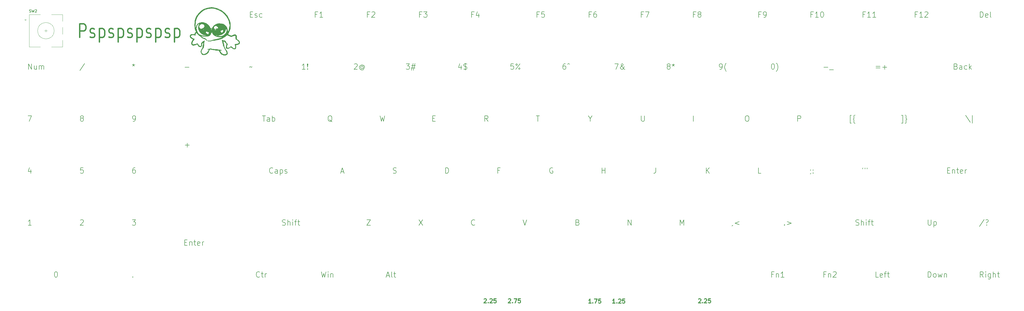
<source format=gbr>
%TF.GenerationSoftware,KiCad,Pcbnew,8.0.0*%
%TF.CreationDate,2024-12-21T07:53:57-08:00*%
%TF.ProjectId,Hampter3.1,48616d70-7465-4723-932e-312e6b696361,rev?*%
%TF.SameCoordinates,Original*%
%TF.FileFunction,Legend,Top*%
%TF.FilePolarity,Positive*%
%FSLAX46Y46*%
G04 Gerber Fmt 4.6, Leading zero omitted, Abs format (unit mm)*
G04 Created by KiCad (PCBNEW 8.0.0) date 2024-12-21 07:53:57*
%MOMM*%
%LPD*%
G01*
G04 APERTURE LIST*
%ADD10C,0.200000*%
%ADD11C,0.500000*%
%ADD12C,0.300000*%
%ADD13C,0.150000*%
%ADD14C,0.120000*%
%ADD15C,0.000000*%
%ADD16C,1.750000*%
%ADD17C,3.987800*%
%ADD18C,3.048000*%
%ADD19R,2.000000X2.000000*%
%ADD20C,2.000000*%
%ADD21R,3.200000X2.000000*%
%ADD22C,0.650000*%
%ADD23O,1.000000X1.600000*%
%ADD24O,1.000000X2.100000*%
G04 APERTURE END LIST*
D10*
X356715768Y-236780838D02*
X356715768Y-234780838D01*
X356715768Y-234780838D02*
X357382435Y-236209409D01*
X357382435Y-236209409D02*
X358049101Y-234780838D01*
X358049101Y-234780838D02*
X358049101Y-236780838D01*
X342491768Y-196680838D02*
X342491768Y-198299885D01*
X342491768Y-198299885D02*
X342587006Y-198490361D01*
X342587006Y-198490361D02*
X342682244Y-198585600D01*
X342682244Y-198585600D02*
X342872720Y-198680838D01*
X342872720Y-198680838D02*
X343253673Y-198680838D01*
X343253673Y-198680838D02*
X343444149Y-198585600D01*
X343444149Y-198585600D02*
X343539387Y-198490361D01*
X343539387Y-198490361D02*
X343634625Y-198299885D01*
X343634625Y-198299885D02*
X343634625Y-196680838D01*
X467459625Y-255830838D02*
X466792958Y-254878457D01*
X466316768Y-255830838D02*
X466316768Y-253830838D01*
X466316768Y-253830838D02*
X467078673Y-253830838D01*
X467078673Y-253830838D02*
X467269149Y-253926076D01*
X467269149Y-253926076D02*
X467364387Y-254021314D01*
X467364387Y-254021314D02*
X467459625Y-254211790D01*
X467459625Y-254211790D02*
X467459625Y-254497504D01*
X467459625Y-254497504D02*
X467364387Y-254687980D01*
X467364387Y-254687980D02*
X467269149Y-254783219D01*
X467269149Y-254783219D02*
X467078673Y-254878457D01*
X467078673Y-254878457D02*
X466316768Y-254878457D01*
X468316768Y-255830838D02*
X468316768Y-254497504D01*
X468316768Y-253830838D02*
X468221530Y-253926076D01*
X468221530Y-253926076D02*
X468316768Y-254021314D01*
X468316768Y-254021314D02*
X468412006Y-253926076D01*
X468412006Y-253926076D02*
X468316768Y-253830838D01*
X468316768Y-253830838D02*
X468316768Y-254021314D01*
X470126292Y-254497504D02*
X470126292Y-256116552D01*
X470126292Y-256116552D02*
X470031054Y-256307028D01*
X470031054Y-256307028D02*
X469935816Y-256402266D01*
X469935816Y-256402266D02*
X469745339Y-256497504D01*
X469745339Y-256497504D02*
X469459625Y-256497504D01*
X469459625Y-256497504D02*
X469269149Y-256402266D01*
X470126292Y-255735600D02*
X469935816Y-255830838D01*
X469935816Y-255830838D02*
X469554863Y-255830838D01*
X469554863Y-255830838D02*
X469364387Y-255735600D01*
X469364387Y-255735600D02*
X469269149Y-255640361D01*
X469269149Y-255640361D02*
X469173911Y-255449885D01*
X469173911Y-255449885D02*
X469173911Y-254878457D01*
X469173911Y-254878457D02*
X469269149Y-254687980D01*
X469269149Y-254687980D02*
X469364387Y-254592742D01*
X469364387Y-254592742D02*
X469554863Y-254497504D01*
X469554863Y-254497504D02*
X469935816Y-254497504D01*
X469935816Y-254497504D02*
X470126292Y-254592742D01*
X471078673Y-255830838D02*
X471078673Y-253830838D01*
X471935816Y-255830838D02*
X471935816Y-254783219D01*
X471935816Y-254783219D02*
X471840578Y-254592742D01*
X471840578Y-254592742D02*
X471650102Y-254497504D01*
X471650102Y-254497504D02*
X471364387Y-254497504D01*
X471364387Y-254497504D02*
X471173911Y-254592742D01*
X471173911Y-254592742D02*
X471078673Y-254687980D01*
X472602483Y-254497504D02*
X473364387Y-254497504D01*
X472888197Y-253830838D02*
X472888197Y-255545123D01*
X472888197Y-255545123D02*
X472983435Y-255735600D01*
X472983435Y-255735600D02*
X473173911Y-255830838D01*
X473173911Y-255830838D02*
X473364387Y-255830838D01*
X375861006Y-236685600D02*
X375861006Y-236780838D01*
X375861006Y-236780838D02*
X375765768Y-236971314D01*
X375765768Y-236971314D02*
X375670530Y-237066552D01*
X378241959Y-235447504D02*
X376718149Y-236018933D01*
X376718149Y-236018933D02*
X378241959Y-236590361D01*
X304106054Y-196680838D02*
X305248911Y-196680838D01*
X304677482Y-198680838D02*
X304677482Y-196680838D01*
D11*
X137298327Y-168018095D02*
X137298327Y-163018095D01*
X137298327Y-163018095D02*
X138822137Y-163018095D01*
X138822137Y-163018095D02*
X139203089Y-163256190D01*
X139203089Y-163256190D02*
X139393566Y-163494285D01*
X139393566Y-163494285D02*
X139584042Y-163970476D01*
X139584042Y-163970476D02*
X139584042Y-164684761D01*
X139584042Y-164684761D02*
X139393566Y-165160952D01*
X139393566Y-165160952D02*
X139203089Y-165399047D01*
X139203089Y-165399047D02*
X138822137Y-165637142D01*
X138822137Y-165637142D02*
X137298327Y-165637142D01*
X141107851Y-167780000D02*
X141488804Y-168018095D01*
X141488804Y-168018095D02*
X142250708Y-168018095D01*
X142250708Y-168018095D02*
X142631661Y-167780000D01*
X142631661Y-167780000D02*
X142822137Y-167303809D01*
X142822137Y-167303809D02*
X142822137Y-167065714D01*
X142822137Y-167065714D02*
X142631661Y-166589523D01*
X142631661Y-166589523D02*
X142250708Y-166351428D01*
X142250708Y-166351428D02*
X141679280Y-166351428D01*
X141679280Y-166351428D02*
X141298327Y-166113333D01*
X141298327Y-166113333D02*
X141107851Y-165637142D01*
X141107851Y-165637142D02*
X141107851Y-165399047D01*
X141107851Y-165399047D02*
X141298327Y-164922857D01*
X141298327Y-164922857D02*
X141679280Y-164684761D01*
X141679280Y-164684761D02*
X142250708Y-164684761D01*
X142250708Y-164684761D02*
X142631661Y-164922857D01*
X144536422Y-164684761D02*
X144536422Y-169684761D01*
X144536422Y-164922857D02*
X144917375Y-164684761D01*
X144917375Y-164684761D02*
X145679280Y-164684761D01*
X145679280Y-164684761D02*
X146060232Y-164922857D01*
X146060232Y-164922857D02*
X146250708Y-165160952D01*
X146250708Y-165160952D02*
X146441184Y-165637142D01*
X146441184Y-165637142D02*
X146441184Y-167065714D01*
X146441184Y-167065714D02*
X146250708Y-167541904D01*
X146250708Y-167541904D02*
X146060232Y-167780000D01*
X146060232Y-167780000D02*
X145679280Y-168018095D01*
X145679280Y-168018095D02*
X144917375Y-168018095D01*
X144917375Y-168018095D02*
X144536422Y-167780000D01*
X147964994Y-167780000D02*
X148345947Y-168018095D01*
X148345947Y-168018095D02*
X149107851Y-168018095D01*
X149107851Y-168018095D02*
X149488804Y-167780000D01*
X149488804Y-167780000D02*
X149679280Y-167303809D01*
X149679280Y-167303809D02*
X149679280Y-167065714D01*
X149679280Y-167065714D02*
X149488804Y-166589523D01*
X149488804Y-166589523D02*
X149107851Y-166351428D01*
X149107851Y-166351428D02*
X148536423Y-166351428D01*
X148536423Y-166351428D02*
X148155470Y-166113333D01*
X148155470Y-166113333D02*
X147964994Y-165637142D01*
X147964994Y-165637142D02*
X147964994Y-165399047D01*
X147964994Y-165399047D02*
X148155470Y-164922857D01*
X148155470Y-164922857D02*
X148536423Y-164684761D01*
X148536423Y-164684761D02*
X149107851Y-164684761D01*
X149107851Y-164684761D02*
X149488804Y-164922857D01*
X151393565Y-164684761D02*
X151393565Y-169684761D01*
X151393565Y-164922857D02*
X151774518Y-164684761D01*
X151774518Y-164684761D02*
X152536423Y-164684761D01*
X152536423Y-164684761D02*
X152917375Y-164922857D01*
X152917375Y-164922857D02*
X153107851Y-165160952D01*
X153107851Y-165160952D02*
X153298327Y-165637142D01*
X153298327Y-165637142D02*
X153298327Y-167065714D01*
X153298327Y-167065714D02*
X153107851Y-167541904D01*
X153107851Y-167541904D02*
X152917375Y-167780000D01*
X152917375Y-167780000D02*
X152536423Y-168018095D01*
X152536423Y-168018095D02*
X151774518Y-168018095D01*
X151774518Y-168018095D02*
X151393565Y-167780000D01*
X154822137Y-167780000D02*
X155203090Y-168018095D01*
X155203090Y-168018095D02*
X155964994Y-168018095D01*
X155964994Y-168018095D02*
X156345947Y-167780000D01*
X156345947Y-167780000D02*
X156536423Y-167303809D01*
X156536423Y-167303809D02*
X156536423Y-167065714D01*
X156536423Y-167065714D02*
X156345947Y-166589523D01*
X156345947Y-166589523D02*
X155964994Y-166351428D01*
X155964994Y-166351428D02*
X155393566Y-166351428D01*
X155393566Y-166351428D02*
X155012613Y-166113333D01*
X155012613Y-166113333D02*
X154822137Y-165637142D01*
X154822137Y-165637142D02*
X154822137Y-165399047D01*
X154822137Y-165399047D02*
X155012613Y-164922857D01*
X155012613Y-164922857D02*
X155393566Y-164684761D01*
X155393566Y-164684761D02*
X155964994Y-164684761D01*
X155964994Y-164684761D02*
X156345947Y-164922857D01*
X158250708Y-164684761D02*
X158250708Y-169684761D01*
X158250708Y-164922857D02*
X158631661Y-164684761D01*
X158631661Y-164684761D02*
X159393566Y-164684761D01*
X159393566Y-164684761D02*
X159774518Y-164922857D01*
X159774518Y-164922857D02*
X159964994Y-165160952D01*
X159964994Y-165160952D02*
X160155470Y-165637142D01*
X160155470Y-165637142D02*
X160155470Y-167065714D01*
X160155470Y-167065714D02*
X159964994Y-167541904D01*
X159964994Y-167541904D02*
X159774518Y-167780000D01*
X159774518Y-167780000D02*
X159393566Y-168018095D01*
X159393566Y-168018095D02*
X158631661Y-168018095D01*
X158631661Y-168018095D02*
X158250708Y-167780000D01*
X161679280Y-167780000D02*
X162060233Y-168018095D01*
X162060233Y-168018095D02*
X162822137Y-168018095D01*
X162822137Y-168018095D02*
X163203090Y-167780000D01*
X163203090Y-167780000D02*
X163393566Y-167303809D01*
X163393566Y-167303809D02*
X163393566Y-167065714D01*
X163393566Y-167065714D02*
X163203090Y-166589523D01*
X163203090Y-166589523D02*
X162822137Y-166351428D01*
X162822137Y-166351428D02*
X162250709Y-166351428D01*
X162250709Y-166351428D02*
X161869756Y-166113333D01*
X161869756Y-166113333D02*
X161679280Y-165637142D01*
X161679280Y-165637142D02*
X161679280Y-165399047D01*
X161679280Y-165399047D02*
X161869756Y-164922857D01*
X161869756Y-164922857D02*
X162250709Y-164684761D01*
X162250709Y-164684761D02*
X162822137Y-164684761D01*
X162822137Y-164684761D02*
X163203090Y-164922857D01*
X165107851Y-164684761D02*
X165107851Y-169684761D01*
X165107851Y-164922857D02*
X165488804Y-164684761D01*
X165488804Y-164684761D02*
X166250709Y-164684761D01*
X166250709Y-164684761D02*
X166631661Y-164922857D01*
X166631661Y-164922857D02*
X166822137Y-165160952D01*
X166822137Y-165160952D02*
X167012613Y-165637142D01*
X167012613Y-165637142D02*
X167012613Y-167065714D01*
X167012613Y-167065714D02*
X166822137Y-167541904D01*
X166822137Y-167541904D02*
X166631661Y-167780000D01*
X166631661Y-167780000D02*
X166250709Y-168018095D01*
X166250709Y-168018095D02*
X165488804Y-168018095D01*
X165488804Y-168018095D02*
X165107851Y-167780000D01*
X168536423Y-167780000D02*
X168917376Y-168018095D01*
X168917376Y-168018095D02*
X169679280Y-168018095D01*
X169679280Y-168018095D02*
X170060233Y-167780000D01*
X170060233Y-167780000D02*
X170250709Y-167303809D01*
X170250709Y-167303809D02*
X170250709Y-167065714D01*
X170250709Y-167065714D02*
X170060233Y-166589523D01*
X170060233Y-166589523D02*
X169679280Y-166351428D01*
X169679280Y-166351428D02*
X169107852Y-166351428D01*
X169107852Y-166351428D02*
X168726899Y-166113333D01*
X168726899Y-166113333D02*
X168536423Y-165637142D01*
X168536423Y-165637142D02*
X168536423Y-165399047D01*
X168536423Y-165399047D02*
X168726899Y-164922857D01*
X168726899Y-164922857D02*
X169107852Y-164684761D01*
X169107852Y-164684761D02*
X169679280Y-164684761D01*
X169679280Y-164684761D02*
X170060233Y-164922857D01*
X171964994Y-164684761D02*
X171964994Y-169684761D01*
X171964994Y-164922857D02*
X172345947Y-164684761D01*
X172345947Y-164684761D02*
X173107852Y-164684761D01*
X173107852Y-164684761D02*
X173488804Y-164922857D01*
X173488804Y-164922857D02*
X173679280Y-165160952D01*
X173679280Y-165160952D02*
X173869756Y-165637142D01*
X173869756Y-165637142D02*
X173869756Y-167065714D01*
X173869756Y-167065714D02*
X173679280Y-167541904D01*
X173679280Y-167541904D02*
X173488804Y-167780000D01*
X173488804Y-167780000D02*
X173107852Y-168018095D01*
X173107852Y-168018095D02*
X172345947Y-168018095D01*
X172345947Y-168018095D02*
X171964994Y-167780000D01*
D10*
X219714387Y-179630838D02*
X218571530Y-179630838D01*
X219142958Y-179630838D02*
X219142958Y-177630838D01*
X219142958Y-177630838D02*
X218952482Y-177916552D01*
X218952482Y-177916552D02*
X218762006Y-178107028D01*
X218762006Y-178107028D02*
X218571530Y-178202266D01*
X220571530Y-179440361D02*
X220666768Y-179535600D01*
X220666768Y-179535600D02*
X220571530Y-179630838D01*
X220571530Y-179630838D02*
X220476292Y-179535600D01*
X220476292Y-179535600D02*
X220571530Y-179440361D01*
X220571530Y-179440361D02*
X220571530Y-179630838D01*
X220571530Y-178868933D02*
X220476292Y-177726076D01*
X220476292Y-177726076D02*
X220571530Y-177630838D01*
X220571530Y-177630838D02*
X220666768Y-177726076D01*
X220666768Y-177726076D02*
X220571530Y-178868933D01*
X220571530Y-178868933D02*
X220571530Y-177630838D01*
X447266768Y-234780838D02*
X447266768Y-236399885D01*
X447266768Y-236399885D02*
X447362006Y-236590361D01*
X447362006Y-236590361D02*
X447457244Y-236685600D01*
X447457244Y-236685600D02*
X447647720Y-236780838D01*
X447647720Y-236780838D02*
X448028673Y-236780838D01*
X448028673Y-236780838D02*
X448219149Y-236685600D01*
X448219149Y-236685600D02*
X448314387Y-236590361D01*
X448314387Y-236590361D02*
X448409625Y-236399885D01*
X448409625Y-236399885D02*
X448409625Y-234780838D01*
X449362006Y-235447504D02*
X449362006Y-237447504D01*
X449362006Y-235542742D02*
X449552482Y-235447504D01*
X449552482Y-235447504D02*
X449933435Y-235447504D01*
X449933435Y-235447504D02*
X450123911Y-235542742D01*
X450123911Y-235542742D02*
X450219149Y-235637980D01*
X450219149Y-235637980D02*
X450314387Y-235828457D01*
X450314387Y-235828457D02*
X450314387Y-236399885D01*
X450314387Y-236399885D02*
X450219149Y-236590361D01*
X450219149Y-236590361D02*
X450123911Y-236685600D01*
X450123911Y-236685600D02*
X449933435Y-236780838D01*
X449933435Y-236780838D02*
X449552482Y-236780838D01*
X449552482Y-236780838D02*
X449362006Y-236685600D01*
X139069339Y-177535600D02*
X137355054Y-180107028D01*
X249432530Y-255259409D02*
X250384911Y-255259409D01*
X249242054Y-255830838D02*
X249908720Y-253830838D01*
X249908720Y-253830838D02*
X250575387Y-255830838D01*
X251527768Y-255830838D02*
X251337292Y-255735600D01*
X251337292Y-255735600D02*
X251242054Y-255545123D01*
X251242054Y-255545123D02*
X251242054Y-253830838D01*
X252003959Y-254497504D02*
X252765863Y-254497504D01*
X252289673Y-253830838D02*
X252289673Y-255545123D01*
X252289673Y-255545123D02*
X252384911Y-255735600D01*
X252384911Y-255735600D02*
X252575387Y-255830838D01*
X252575387Y-255830838D02*
X252765863Y-255830838D01*
X138593149Y-215730838D02*
X137640768Y-215730838D01*
X137640768Y-215730838D02*
X137545530Y-216683219D01*
X137545530Y-216683219D02*
X137640768Y-216587980D01*
X137640768Y-216587980D02*
X137831244Y-216492742D01*
X137831244Y-216492742D02*
X138307435Y-216492742D01*
X138307435Y-216492742D02*
X138497911Y-216587980D01*
X138497911Y-216587980D02*
X138593149Y-216683219D01*
X138593149Y-216683219D02*
X138688387Y-216873695D01*
X138688387Y-216873695D02*
X138688387Y-217349885D01*
X138688387Y-217349885D02*
X138593149Y-217540361D01*
X138593149Y-217540361D02*
X138497911Y-217635600D01*
X138497911Y-217635600D02*
X138307435Y-217730838D01*
X138307435Y-217730838D02*
X137831244Y-217730838D01*
X137831244Y-217730838D02*
X137640768Y-217635600D01*
X137640768Y-217635600D02*
X137545530Y-217540361D01*
X366240768Y-217730838D02*
X366240768Y-215730838D01*
X367383625Y-217730838D02*
X366526482Y-216587980D01*
X367383625Y-215730838D02*
X366240768Y-216873695D01*
X362208435Y-159533219D02*
X361541768Y-159533219D01*
X361541768Y-160580838D02*
X361541768Y-158580838D01*
X361541768Y-158580838D02*
X362494149Y-158580838D01*
X363541768Y-159437980D02*
X363351292Y-159342742D01*
X363351292Y-159342742D02*
X363256054Y-159247504D01*
X363256054Y-159247504D02*
X363160816Y-159057028D01*
X363160816Y-159057028D02*
X363160816Y-158961790D01*
X363160816Y-158961790D02*
X363256054Y-158771314D01*
X363256054Y-158771314D02*
X363351292Y-158676076D01*
X363351292Y-158676076D02*
X363541768Y-158580838D01*
X363541768Y-158580838D02*
X363922721Y-158580838D01*
X363922721Y-158580838D02*
X364113197Y-158676076D01*
X364113197Y-158676076D02*
X364208435Y-158771314D01*
X364208435Y-158771314D02*
X364303673Y-158961790D01*
X364303673Y-158961790D02*
X364303673Y-159057028D01*
X364303673Y-159057028D02*
X364208435Y-159247504D01*
X364208435Y-159247504D02*
X364113197Y-159342742D01*
X364113197Y-159342742D02*
X363922721Y-159437980D01*
X363922721Y-159437980D02*
X363541768Y-159437980D01*
X363541768Y-159437980D02*
X363351292Y-159533219D01*
X363351292Y-159533219D02*
X363256054Y-159628457D01*
X363256054Y-159628457D02*
X363160816Y-159818933D01*
X363160816Y-159818933D02*
X363160816Y-160199885D01*
X363160816Y-160199885D02*
X363256054Y-160390361D01*
X363256054Y-160390361D02*
X363351292Y-160485600D01*
X363351292Y-160485600D02*
X363541768Y-160580838D01*
X363541768Y-160580838D02*
X363922721Y-160580838D01*
X363922721Y-160580838D02*
X364113197Y-160485600D01*
X364113197Y-160485600D02*
X364208435Y-160390361D01*
X364208435Y-160390361D02*
X364303673Y-160199885D01*
X364303673Y-160199885D02*
X364303673Y-159818933D01*
X364303673Y-159818933D02*
X364208435Y-159628457D01*
X364208435Y-159628457D02*
X364113197Y-159533219D01*
X364113197Y-159533219D02*
X363922721Y-159437980D01*
X424184435Y-159533219D02*
X423517768Y-159533219D01*
X423517768Y-160580838D02*
X423517768Y-158580838D01*
X423517768Y-158580838D02*
X424470149Y-158580838D01*
X426279673Y-160580838D02*
X425136816Y-160580838D01*
X425708244Y-160580838D02*
X425708244Y-158580838D01*
X425708244Y-158580838D02*
X425517768Y-158866552D01*
X425517768Y-158866552D02*
X425327292Y-159057028D01*
X425327292Y-159057028D02*
X425136816Y-159152266D01*
X428184435Y-160580838D02*
X427041578Y-160580838D01*
X427613006Y-160580838D02*
X427613006Y-158580838D01*
X427613006Y-158580838D02*
X427422530Y-158866552D01*
X427422530Y-158866552D02*
X427232054Y-159057028D01*
X427232054Y-159057028D02*
X427041578Y-159152266D01*
X281182435Y-159533219D02*
X280515768Y-159533219D01*
X280515768Y-160580838D02*
X280515768Y-158580838D01*
X280515768Y-158580838D02*
X281468149Y-158580838D01*
X283087197Y-159247504D02*
X283087197Y-160580838D01*
X282611006Y-158485600D02*
X282134816Y-159914171D01*
X282134816Y-159914171D02*
X283372911Y-159914171D01*
X319282435Y-235733219D02*
X319568149Y-235828457D01*
X319568149Y-235828457D02*
X319663387Y-235923695D01*
X319663387Y-235923695D02*
X319758625Y-236114171D01*
X319758625Y-236114171D02*
X319758625Y-236399885D01*
X319758625Y-236399885D02*
X319663387Y-236590361D01*
X319663387Y-236590361D02*
X319568149Y-236685600D01*
X319568149Y-236685600D02*
X319377673Y-236780838D01*
X319377673Y-236780838D02*
X318615768Y-236780838D01*
X318615768Y-236780838D02*
X318615768Y-234780838D01*
X318615768Y-234780838D02*
X319282435Y-234780838D01*
X319282435Y-234780838D02*
X319472911Y-234876076D01*
X319472911Y-234876076D02*
X319568149Y-234971314D01*
X319568149Y-234971314D02*
X319663387Y-235161790D01*
X319663387Y-235161790D02*
X319663387Y-235352266D01*
X319663387Y-235352266D02*
X319568149Y-235542742D01*
X319568149Y-235542742D02*
X319472911Y-235637980D01*
X319472911Y-235637980D02*
X319282435Y-235733219D01*
X319282435Y-235733219D02*
X318615768Y-235733219D01*
X266291768Y-197633219D02*
X266958435Y-197633219D01*
X267244149Y-198680838D02*
X266291768Y-198680838D01*
X266291768Y-198680838D02*
X266291768Y-196680838D01*
X266291768Y-196680838D02*
X267244149Y-196680838D01*
X390497720Y-177630838D02*
X390688197Y-177630838D01*
X390688197Y-177630838D02*
X390878673Y-177726076D01*
X390878673Y-177726076D02*
X390973911Y-177821314D01*
X390973911Y-177821314D02*
X391069149Y-178011790D01*
X391069149Y-178011790D02*
X391164387Y-178392742D01*
X391164387Y-178392742D02*
X391164387Y-178868933D01*
X391164387Y-178868933D02*
X391069149Y-179249885D01*
X391069149Y-179249885D02*
X390973911Y-179440361D01*
X390973911Y-179440361D02*
X390878673Y-179535600D01*
X390878673Y-179535600D02*
X390688197Y-179630838D01*
X390688197Y-179630838D02*
X390497720Y-179630838D01*
X390497720Y-179630838D02*
X390307244Y-179535600D01*
X390307244Y-179535600D02*
X390212006Y-179440361D01*
X390212006Y-179440361D02*
X390116768Y-179249885D01*
X390116768Y-179249885D02*
X390021530Y-178868933D01*
X390021530Y-178868933D02*
X390021530Y-178392742D01*
X390021530Y-178392742D02*
X390116768Y-178011790D01*
X390116768Y-178011790D02*
X390212006Y-177821314D01*
X390212006Y-177821314D02*
X390307244Y-177726076D01*
X390307244Y-177726076D02*
X390497720Y-177630838D01*
X391831054Y-180392742D02*
X391926292Y-180297504D01*
X391926292Y-180297504D02*
X392116768Y-180011790D01*
X392116768Y-180011790D02*
X392212006Y-179821314D01*
X392212006Y-179821314D02*
X392307244Y-179535600D01*
X392307244Y-179535600D02*
X392402482Y-179059409D01*
X392402482Y-179059409D02*
X392402482Y-178678457D01*
X392402482Y-178678457D02*
X392307244Y-178202266D01*
X392307244Y-178202266D02*
X392212006Y-177916552D01*
X392212006Y-177916552D02*
X392116768Y-177726076D01*
X392116768Y-177726076D02*
X391926292Y-177440361D01*
X391926292Y-177440361D02*
X391831054Y-177345123D01*
X447266768Y-255830838D02*
X447266768Y-253830838D01*
X447266768Y-253830838D02*
X447742958Y-253830838D01*
X447742958Y-253830838D02*
X448028673Y-253926076D01*
X448028673Y-253926076D02*
X448219149Y-254116552D01*
X448219149Y-254116552D02*
X448314387Y-254307028D01*
X448314387Y-254307028D02*
X448409625Y-254687980D01*
X448409625Y-254687980D02*
X448409625Y-254973695D01*
X448409625Y-254973695D02*
X448314387Y-255354647D01*
X448314387Y-255354647D02*
X448219149Y-255545123D01*
X448219149Y-255545123D02*
X448028673Y-255735600D01*
X448028673Y-255735600D02*
X447742958Y-255830838D01*
X447742958Y-255830838D02*
X447266768Y-255830838D01*
X449552482Y-255830838D02*
X449362006Y-255735600D01*
X449362006Y-255735600D02*
X449266768Y-255640361D01*
X449266768Y-255640361D02*
X449171530Y-255449885D01*
X449171530Y-255449885D02*
X449171530Y-254878457D01*
X449171530Y-254878457D02*
X449266768Y-254687980D01*
X449266768Y-254687980D02*
X449362006Y-254592742D01*
X449362006Y-254592742D02*
X449552482Y-254497504D01*
X449552482Y-254497504D02*
X449838197Y-254497504D01*
X449838197Y-254497504D02*
X450028673Y-254592742D01*
X450028673Y-254592742D02*
X450123911Y-254687980D01*
X450123911Y-254687980D02*
X450219149Y-254878457D01*
X450219149Y-254878457D02*
X450219149Y-255449885D01*
X450219149Y-255449885D02*
X450123911Y-255640361D01*
X450123911Y-255640361D02*
X450028673Y-255735600D01*
X450028673Y-255735600D02*
X449838197Y-255830838D01*
X449838197Y-255830838D02*
X449552482Y-255830838D01*
X450885816Y-254497504D02*
X451266768Y-255830838D01*
X451266768Y-255830838D02*
X451647721Y-254878457D01*
X451647721Y-254878457D02*
X452028673Y-255830838D01*
X452028673Y-255830838D02*
X452409625Y-254497504D01*
X453171530Y-254497504D02*
X453171530Y-255830838D01*
X453171530Y-254687980D02*
X453266768Y-254592742D01*
X453266768Y-254592742D02*
X453457244Y-254497504D01*
X453457244Y-254497504D02*
X453742959Y-254497504D01*
X453742959Y-254497504D02*
X453933435Y-254592742D01*
X453933435Y-254592742D02*
X454028673Y-254783219D01*
X454028673Y-254783219D02*
X454028673Y-255830838D01*
X256576292Y-177630838D02*
X257814387Y-177630838D01*
X257814387Y-177630838D02*
X257147720Y-178392742D01*
X257147720Y-178392742D02*
X257433435Y-178392742D01*
X257433435Y-178392742D02*
X257623911Y-178487980D01*
X257623911Y-178487980D02*
X257719149Y-178583219D01*
X257719149Y-178583219D02*
X257814387Y-178773695D01*
X257814387Y-178773695D02*
X257814387Y-179249885D01*
X257814387Y-179249885D02*
X257719149Y-179440361D01*
X257719149Y-179440361D02*
X257623911Y-179535600D01*
X257623911Y-179535600D02*
X257433435Y-179630838D01*
X257433435Y-179630838D02*
X256862006Y-179630838D01*
X256862006Y-179630838D02*
X256671530Y-179535600D01*
X256671530Y-179535600D02*
X256576292Y-179440361D01*
X258576292Y-178297504D02*
X260004863Y-178297504D01*
X259147720Y-177440361D02*
X258576292Y-180011790D01*
X259814387Y-179154647D02*
X258385816Y-179154647D01*
X259242959Y-180011790D02*
X259814387Y-177440361D01*
X324108435Y-159533219D02*
X323441768Y-159533219D01*
X323441768Y-160580838D02*
X323441768Y-158580838D01*
X323441768Y-158580838D02*
X324394149Y-158580838D01*
X326013197Y-158580838D02*
X325632244Y-158580838D01*
X325632244Y-158580838D02*
X325441768Y-158676076D01*
X325441768Y-158676076D02*
X325346530Y-158771314D01*
X325346530Y-158771314D02*
X325156054Y-159057028D01*
X325156054Y-159057028D02*
X325060816Y-159437980D01*
X325060816Y-159437980D02*
X325060816Y-160199885D01*
X325060816Y-160199885D02*
X325156054Y-160390361D01*
X325156054Y-160390361D02*
X325251292Y-160485600D01*
X325251292Y-160485600D02*
X325441768Y-160580838D01*
X325441768Y-160580838D02*
X325822721Y-160580838D01*
X325822721Y-160580838D02*
X326013197Y-160485600D01*
X326013197Y-160485600D02*
X326108435Y-160390361D01*
X326108435Y-160390361D02*
X326203673Y-160199885D01*
X326203673Y-160199885D02*
X326203673Y-159723695D01*
X326203673Y-159723695D02*
X326108435Y-159533219D01*
X326108435Y-159533219D02*
X326013197Y-159437980D01*
X326013197Y-159437980D02*
X325822721Y-159342742D01*
X325822721Y-159342742D02*
X325441768Y-159342742D01*
X325441768Y-159342742D02*
X325251292Y-159437980D01*
X325251292Y-159437980D02*
X325156054Y-159533219D01*
X325156054Y-159533219D02*
X325060816Y-159723695D01*
X371162006Y-179630838D02*
X371542958Y-179630838D01*
X371542958Y-179630838D02*
X371733435Y-179535600D01*
X371733435Y-179535600D02*
X371828673Y-179440361D01*
X371828673Y-179440361D02*
X372019149Y-179154647D01*
X372019149Y-179154647D02*
X372114387Y-178773695D01*
X372114387Y-178773695D02*
X372114387Y-178011790D01*
X372114387Y-178011790D02*
X372019149Y-177821314D01*
X372019149Y-177821314D02*
X371923911Y-177726076D01*
X371923911Y-177726076D02*
X371733435Y-177630838D01*
X371733435Y-177630838D02*
X371352482Y-177630838D01*
X371352482Y-177630838D02*
X371162006Y-177726076D01*
X371162006Y-177726076D02*
X371066768Y-177821314D01*
X371066768Y-177821314D02*
X370971530Y-178011790D01*
X370971530Y-178011790D02*
X370971530Y-178487980D01*
X370971530Y-178487980D02*
X371066768Y-178678457D01*
X371066768Y-178678457D02*
X371162006Y-178773695D01*
X371162006Y-178773695D02*
X371352482Y-178868933D01*
X371352482Y-178868933D02*
X371733435Y-178868933D01*
X371733435Y-178868933D02*
X371923911Y-178773695D01*
X371923911Y-178773695D02*
X372019149Y-178678457D01*
X372019149Y-178678457D02*
X372114387Y-178487980D01*
X373542959Y-180392742D02*
X373447720Y-180297504D01*
X373447720Y-180297504D02*
X373257244Y-180011790D01*
X373257244Y-180011790D02*
X373162006Y-179821314D01*
X373162006Y-179821314D02*
X373066768Y-179535600D01*
X373066768Y-179535600D02*
X372971530Y-179059409D01*
X372971530Y-179059409D02*
X372971530Y-178678457D01*
X372971530Y-178678457D02*
X373066768Y-178202266D01*
X373066768Y-178202266D02*
X373162006Y-177916552D01*
X373162006Y-177916552D02*
X373257244Y-177726076D01*
X373257244Y-177726076D02*
X373447720Y-177440361D01*
X373447720Y-177440361D02*
X373542959Y-177345123D01*
X423486006Y-215730838D02*
X423295530Y-216111790D01*
X424247911Y-215730838D02*
X424247911Y-216111790D01*
X425009816Y-215730838D02*
X425009816Y-216111790D01*
X243082435Y-159533219D02*
X242415768Y-159533219D01*
X242415768Y-160580838D02*
X242415768Y-158580838D01*
X242415768Y-158580838D02*
X243368149Y-158580838D01*
X244034816Y-158771314D02*
X244130054Y-158676076D01*
X244130054Y-158676076D02*
X244320530Y-158580838D01*
X244320530Y-158580838D02*
X244796721Y-158580838D01*
X244796721Y-158580838D02*
X244987197Y-158676076D01*
X244987197Y-158676076D02*
X245082435Y-158771314D01*
X245082435Y-158771314D02*
X245177673Y-158961790D01*
X245177673Y-158961790D02*
X245177673Y-159152266D01*
X245177673Y-159152266D02*
X245082435Y-159437980D01*
X245082435Y-159437980D02*
X243939578Y-160580838D01*
X243939578Y-160580838D02*
X245177673Y-160580838D01*
X332776292Y-177630838D02*
X334109625Y-177630838D01*
X334109625Y-177630838D02*
X333252482Y-179630838D01*
X336490578Y-179630838D02*
X336395340Y-179630838D01*
X336395340Y-179630838D02*
X336204863Y-179535600D01*
X336204863Y-179535600D02*
X335919149Y-179249885D01*
X335919149Y-179249885D02*
X335442959Y-178678457D01*
X335442959Y-178678457D02*
X335252482Y-178392742D01*
X335252482Y-178392742D02*
X335157244Y-178107028D01*
X335157244Y-178107028D02*
X335157244Y-177916552D01*
X335157244Y-177916552D02*
X335252482Y-177726076D01*
X335252482Y-177726076D02*
X335442959Y-177630838D01*
X335442959Y-177630838D02*
X335538197Y-177630838D01*
X335538197Y-177630838D02*
X335728673Y-177726076D01*
X335728673Y-177726076D02*
X335823911Y-177916552D01*
X335823911Y-177916552D02*
X335823911Y-178011790D01*
X335823911Y-178011790D02*
X335728673Y-178202266D01*
X335728673Y-178202266D02*
X335633435Y-178297504D01*
X335633435Y-178297504D02*
X335062006Y-178678457D01*
X335062006Y-178678457D02*
X334966768Y-178773695D01*
X334966768Y-178773695D02*
X334871530Y-178964171D01*
X334871530Y-178964171D02*
X334871530Y-179249885D01*
X334871530Y-179249885D02*
X334966768Y-179440361D01*
X334966768Y-179440361D02*
X335062006Y-179535600D01*
X335062006Y-179535600D02*
X335252482Y-179630838D01*
X335252482Y-179630838D02*
X335538197Y-179630838D01*
X335538197Y-179630838D02*
X335728673Y-179535600D01*
X335728673Y-179535600D02*
X335823911Y-179440361D01*
X335823911Y-179440361D02*
X336109625Y-179059409D01*
X336109625Y-179059409D02*
X336204863Y-178773695D01*
X336204863Y-178773695D02*
X336204863Y-178583219D01*
D12*
X363418715Y-263873685D02*
X363490143Y-263802257D01*
X363490143Y-263802257D02*
X363633001Y-263730828D01*
X363633001Y-263730828D02*
X363990143Y-263730828D01*
X363990143Y-263730828D02*
X364133001Y-263802257D01*
X364133001Y-263802257D02*
X364204429Y-263873685D01*
X364204429Y-263873685D02*
X364275858Y-264016542D01*
X364275858Y-264016542D02*
X364275858Y-264159400D01*
X364275858Y-264159400D02*
X364204429Y-264373685D01*
X364204429Y-264373685D02*
X363347286Y-265230828D01*
X363347286Y-265230828D02*
X364275858Y-265230828D01*
X364918714Y-265087971D02*
X364990143Y-265159400D01*
X364990143Y-265159400D02*
X364918714Y-265230828D01*
X364918714Y-265230828D02*
X364847286Y-265159400D01*
X364847286Y-265159400D02*
X364918714Y-265087971D01*
X364918714Y-265087971D02*
X364918714Y-265230828D01*
X365561572Y-263873685D02*
X365633000Y-263802257D01*
X365633000Y-263802257D02*
X365775858Y-263730828D01*
X365775858Y-263730828D02*
X366133000Y-263730828D01*
X366133000Y-263730828D02*
X366275858Y-263802257D01*
X366275858Y-263802257D02*
X366347286Y-263873685D01*
X366347286Y-263873685D02*
X366418715Y-264016542D01*
X366418715Y-264016542D02*
X366418715Y-264159400D01*
X366418715Y-264159400D02*
X366347286Y-264373685D01*
X366347286Y-264373685D02*
X365490143Y-265230828D01*
X365490143Y-265230828D02*
X366418715Y-265230828D01*
X367775857Y-263730828D02*
X367061571Y-263730828D01*
X367061571Y-263730828D02*
X366990143Y-264445114D01*
X366990143Y-264445114D02*
X367061571Y-264373685D01*
X367061571Y-264373685D02*
X367204429Y-264302257D01*
X367204429Y-264302257D02*
X367561571Y-264302257D01*
X367561571Y-264302257D02*
X367704429Y-264373685D01*
X367704429Y-264373685D02*
X367775857Y-264445114D01*
X367775857Y-264445114D02*
X367847286Y-264587971D01*
X367847286Y-264587971D02*
X367847286Y-264945114D01*
X367847286Y-264945114D02*
X367775857Y-265087971D01*
X367775857Y-265087971D02*
X367704429Y-265159400D01*
X367704429Y-265159400D02*
X367561571Y-265230828D01*
X367561571Y-265230828D02*
X367204429Y-265230828D01*
X367204429Y-265230828D02*
X367061571Y-265159400D01*
X367061571Y-265159400D02*
X366990143Y-265087971D01*
D10*
X437551292Y-199347504D02*
X438027482Y-199347504D01*
X438027482Y-199347504D02*
X438027482Y-196490361D01*
X438027482Y-196490361D02*
X437551292Y-196490361D01*
X438884625Y-199442742D02*
X438979863Y-199442742D01*
X438979863Y-199442742D02*
X439170339Y-199347504D01*
X439170339Y-199347504D02*
X439265577Y-199157028D01*
X439265577Y-199157028D02*
X439265577Y-198204647D01*
X439265577Y-198204647D02*
X439360815Y-198014171D01*
X439360815Y-198014171D02*
X439551291Y-197918933D01*
X439551291Y-197918933D02*
X439360815Y-197823695D01*
X439360815Y-197823695D02*
X439265577Y-197633219D01*
X439265577Y-197633219D02*
X439265577Y-196680838D01*
X439265577Y-196680838D02*
X439170339Y-196490361D01*
X439170339Y-196490361D02*
X438979863Y-196395123D01*
X438979863Y-196395123D02*
X438884625Y-196395123D01*
X428216768Y-178583219D02*
X429740578Y-178583219D01*
X429740578Y-179154647D02*
X428216768Y-179154647D01*
X430692958Y-178868933D02*
X432216768Y-178868933D01*
X431454863Y-179630838D02*
X431454863Y-178107028D01*
X224032435Y-159533219D02*
X223365768Y-159533219D01*
X223365768Y-160580838D02*
X223365768Y-158580838D01*
X223365768Y-158580838D02*
X224318149Y-158580838D01*
X226127673Y-160580838D02*
X224984816Y-160580838D01*
X225556244Y-160580838D02*
X225556244Y-158580838D01*
X225556244Y-158580838D02*
X225365768Y-158866552D01*
X225365768Y-158866552D02*
X225175292Y-159057028D01*
X225175292Y-159057028D02*
X224984816Y-159152266D01*
D12*
X285059715Y-263873685D02*
X285131143Y-263802257D01*
X285131143Y-263802257D02*
X285274001Y-263730828D01*
X285274001Y-263730828D02*
X285631143Y-263730828D01*
X285631143Y-263730828D02*
X285774001Y-263802257D01*
X285774001Y-263802257D02*
X285845429Y-263873685D01*
X285845429Y-263873685D02*
X285916858Y-264016542D01*
X285916858Y-264016542D02*
X285916858Y-264159400D01*
X285916858Y-264159400D02*
X285845429Y-264373685D01*
X285845429Y-264373685D02*
X284988286Y-265230828D01*
X284988286Y-265230828D02*
X285916858Y-265230828D01*
X286559714Y-265087971D02*
X286631143Y-265159400D01*
X286631143Y-265159400D02*
X286559714Y-265230828D01*
X286559714Y-265230828D02*
X286488286Y-265159400D01*
X286488286Y-265159400D02*
X286559714Y-265087971D01*
X286559714Y-265087971D02*
X286559714Y-265230828D01*
X287202572Y-263873685D02*
X287274000Y-263802257D01*
X287274000Y-263802257D02*
X287416858Y-263730828D01*
X287416858Y-263730828D02*
X287774000Y-263730828D01*
X287774000Y-263730828D02*
X287916858Y-263802257D01*
X287916858Y-263802257D02*
X287988286Y-263873685D01*
X287988286Y-263873685D02*
X288059715Y-264016542D01*
X288059715Y-264016542D02*
X288059715Y-264159400D01*
X288059715Y-264159400D02*
X287988286Y-264373685D01*
X287988286Y-264373685D02*
X287131143Y-265230828D01*
X287131143Y-265230828D02*
X288059715Y-265230828D01*
X289416857Y-263730828D02*
X288702571Y-263730828D01*
X288702571Y-263730828D02*
X288631143Y-264445114D01*
X288631143Y-264445114D02*
X288702571Y-264373685D01*
X288702571Y-264373685D02*
X288845429Y-264302257D01*
X288845429Y-264302257D02*
X289202571Y-264302257D01*
X289202571Y-264302257D02*
X289345429Y-264373685D01*
X289345429Y-264373685D02*
X289416857Y-264445114D01*
X289416857Y-264445114D02*
X289488286Y-264587971D01*
X289488286Y-264587971D02*
X289488286Y-264945114D01*
X289488286Y-264945114D02*
X289416857Y-265087971D01*
X289416857Y-265087971D02*
X289345429Y-265159400D01*
X289345429Y-265159400D02*
X289202571Y-265230828D01*
X289202571Y-265230828D02*
X288845429Y-265230828D01*
X288845429Y-265230828D02*
X288702571Y-265159400D01*
X288702571Y-265159400D02*
X288631143Y-265087971D01*
D10*
X276673911Y-178297504D02*
X276673911Y-179630838D01*
X276197720Y-177535600D02*
X275721530Y-178964171D01*
X275721530Y-178964171D02*
X276959625Y-178964171D01*
X277626292Y-179535600D02*
X277912006Y-179630838D01*
X277912006Y-179630838D02*
X278388197Y-179630838D01*
X278388197Y-179630838D02*
X278578673Y-179535600D01*
X278578673Y-179535600D02*
X278673911Y-179440361D01*
X278673911Y-179440361D02*
X278769149Y-179249885D01*
X278769149Y-179249885D02*
X278769149Y-179059409D01*
X278769149Y-179059409D02*
X278673911Y-178868933D01*
X278673911Y-178868933D02*
X278578673Y-178773695D01*
X278578673Y-178773695D02*
X278388197Y-178678457D01*
X278388197Y-178678457D02*
X278007244Y-178583219D01*
X278007244Y-178583219D02*
X277816768Y-178487980D01*
X277816768Y-178487980D02*
X277721530Y-178392742D01*
X277721530Y-178392742D02*
X277626292Y-178202266D01*
X277626292Y-178202266D02*
X277626292Y-178011790D01*
X277626292Y-178011790D02*
X277721530Y-177821314D01*
X277721530Y-177821314D02*
X277816768Y-177726076D01*
X277816768Y-177726076D02*
X278007244Y-177630838D01*
X278007244Y-177630838D02*
X278483435Y-177630838D01*
X278483435Y-177630838D02*
X278769149Y-177726076D01*
X278197720Y-177345123D02*
X278197720Y-179916552D01*
X409833435Y-254783219D02*
X409166768Y-254783219D01*
X409166768Y-255830838D02*
X409166768Y-253830838D01*
X409166768Y-253830838D02*
X410119149Y-253830838D01*
X410881054Y-254497504D02*
X410881054Y-255830838D01*
X410881054Y-254687980D02*
X410976292Y-254592742D01*
X410976292Y-254592742D02*
X411166768Y-254497504D01*
X411166768Y-254497504D02*
X411452483Y-254497504D01*
X411452483Y-254497504D02*
X411642959Y-254592742D01*
X411642959Y-254592742D02*
X411738197Y-254783219D01*
X411738197Y-254783219D02*
X411738197Y-255830838D01*
X412595340Y-254021314D02*
X412690578Y-253926076D01*
X412690578Y-253926076D02*
X412881054Y-253830838D01*
X412881054Y-253830838D02*
X413357245Y-253830838D01*
X413357245Y-253830838D02*
X413547721Y-253926076D01*
X413547721Y-253926076D02*
X413642959Y-254021314D01*
X413642959Y-254021314D02*
X413738197Y-254211790D01*
X413738197Y-254211790D02*
X413738197Y-254402266D01*
X413738197Y-254402266D02*
X413642959Y-254687980D01*
X413642959Y-254687980D02*
X412500102Y-255830838D01*
X412500102Y-255830838D02*
X413738197Y-255830838D01*
X156665368Y-255640361D02*
X156760606Y-255735600D01*
X156760606Y-255735600D02*
X156665368Y-255830838D01*
X156665368Y-255830838D02*
X156570130Y-255735600D01*
X156570130Y-255735600D02*
X156665368Y-255640361D01*
X156665368Y-255640361D02*
X156665368Y-255830838D01*
X175740768Y-178868933D02*
X177264578Y-178868933D01*
X232795530Y-217159409D02*
X233747911Y-217159409D01*
X232605054Y-217730838D02*
X233271720Y-215730838D01*
X233271720Y-215730838D02*
X233938387Y-217730838D01*
D12*
X293949715Y-263873685D02*
X294021143Y-263802257D01*
X294021143Y-263802257D02*
X294164001Y-263730828D01*
X294164001Y-263730828D02*
X294521143Y-263730828D01*
X294521143Y-263730828D02*
X294664001Y-263802257D01*
X294664001Y-263802257D02*
X294735429Y-263873685D01*
X294735429Y-263873685D02*
X294806858Y-264016542D01*
X294806858Y-264016542D02*
X294806858Y-264159400D01*
X294806858Y-264159400D02*
X294735429Y-264373685D01*
X294735429Y-264373685D02*
X293878286Y-265230828D01*
X293878286Y-265230828D02*
X294806858Y-265230828D01*
X295449714Y-265087971D02*
X295521143Y-265159400D01*
X295521143Y-265159400D02*
X295449714Y-265230828D01*
X295449714Y-265230828D02*
X295378286Y-265159400D01*
X295378286Y-265159400D02*
X295449714Y-265087971D01*
X295449714Y-265087971D02*
X295449714Y-265230828D01*
X296021143Y-263730828D02*
X297021143Y-263730828D01*
X297021143Y-263730828D02*
X296378286Y-265230828D01*
X298306857Y-263730828D02*
X297592571Y-263730828D01*
X297592571Y-263730828D02*
X297521143Y-264445114D01*
X297521143Y-264445114D02*
X297592571Y-264373685D01*
X297592571Y-264373685D02*
X297735429Y-264302257D01*
X297735429Y-264302257D02*
X298092571Y-264302257D01*
X298092571Y-264302257D02*
X298235429Y-264373685D01*
X298235429Y-264373685D02*
X298306857Y-264445114D01*
X298306857Y-264445114D02*
X298378286Y-264587971D01*
X298378286Y-264587971D02*
X298378286Y-264945114D01*
X298378286Y-264945114D02*
X298306857Y-265087971D01*
X298306857Y-265087971D02*
X298235429Y-265159400D01*
X298235429Y-265159400D02*
X298092571Y-265230828D01*
X298092571Y-265230828D02*
X297735429Y-265230828D01*
X297735429Y-265230828D02*
X297592571Y-265159400D01*
X297592571Y-265159400D02*
X297521143Y-265087971D01*
D10*
X314773911Y-177630838D02*
X314392958Y-177630838D01*
X314392958Y-177630838D02*
X314202482Y-177726076D01*
X314202482Y-177726076D02*
X314107244Y-177821314D01*
X314107244Y-177821314D02*
X313916768Y-178107028D01*
X313916768Y-178107028D02*
X313821530Y-178487980D01*
X313821530Y-178487980D02*
X313821530Y-179249885D01*
X313821530Y-179249885D02*
X313916768Y-179440361D01*
X313916768Y-179440361D02*
X314012006Y-179535600D01*
X314012006Y-179535600D02*
X314202482Y-179630838D01*
X314202482Y-179630838D02*
X314583435Y-179630838D01*
X314583435Y-179630838D02*
X314773911Y-179535600D01*
X314773911Y-179535600D02*
X314869149Y-179440361D01*
X314869149Y-179440361D02*
X314964387Y-179249885D01*
X314964387Y-179249885D02*
X314964387Y-178773695D01*
X314964387Y-178773695D02*
X314869149Y-178583219D01*
X314869149Y-178583219D02*
X314773911Y-178487980D01*
X314773911Y-178487980D02*
X314583435Y-178392742D01*
X314583435Y-178392742D02*
X314202482Y-178392742D01*
X314202482Y-178392742D02*
X314012006Y-178487980D01*
X314012006Y-178487980D02*
X313916768Y-178583219D01*
X313916768Y-178583219D02*
X313821530Y-178773695D01*
X315535816Y-177821314D02*
X315916768Y-177535600D01*
X315916768Y-177535600D02*
X316297720Y-177821314D01*
X460951101Y-196490361D02*
X462665387Y-199061790D01*
X463427291Y-199347504D02*
X463427291Y-196490361D01*
X343158435Y-159533219D02*
X342491768Y-159533219D01*
X342491768Y-160580838D02*
X342491768Y-158580838D01*
X342491768Y-158580838D02*
X343444149Y-158580838D01*
X344015578Y-158580838D02*
X345348911Y-158580838D01*
X345348911Y-158580838D02*
X344491768Y-160580838D01*
X175867768Y-207443933D02*
X177391578Y-207443933D01*
X176629673Y-208205838D02*
X176629673Y-206682028D01*
X394815768Y-236590361D02*
X394911006Y-236685600D01*
X394911006Y-236685600D02*
X394815768Y-236780838D01*
X394815768Y-236780838D02*
X394720530Y-236685600D01*
X394720530Y-236685600D02*
X394815768Y-236590361D01*
X394815768Y-236590361D02*
X394815768Y-236780838D01*
X395768149Y-235447504D02*
X397291959Y-236018933D01*
X397291959Y-236018933D02*
X395768149Y-236590361D01*
X443234435Y-159533219D02*
X442567768Y-159533219D01*
X442567768Y-160580838D02*
X442567768Y-158580838D01*
X442567768Y-158580838D02*
X443520149Y-158580838D01*
X445329673Y-160580838D02*
X444186816Y-160580838D01*
X444758244Y-160580838D02*
X444758244Y-158580838D01*
X444758244Y-158580838D02*
X444567768Y-158866552D01*
X444567768Y-158866552D02*
X444377292Y-159057028D01*
X444377292Y-159057028D02*
X444186816Y-159152266D01*
X446091578Y-158771314D02*
X446186816Y-158676076D01*
X446186816Y-158676076D02*
X446377292Y-158580838D01*
X446377292Y-158580838D02*
X446853483Y-158580838D01*
X446853483Y-158580838D02*
X447043959Y-158676076D01*
X447043959Y-158676076D02*
X447139197Y-158771314D01*
X447139197Y-158771314D02*
X447234435Y-158961790D01*
X447234435Y-158961790D02*
X447234435Y-159152266D01*
X447234435Y-159152266D02*
X447139197Y-159437980D01*
X447139197Y-159437980D02*
X445996340Y-160580838D01*
X445996340Y-160580838D02*
X447234435Y-160580838D01*
X305058435Y-159533219D02*
X304391768Y-159533219D01*
X304391768Y-160580838D02*
X304391768Y-158580838D01*
X304391768Y-158580838D02*
X305344149Y-158580838D01*
X307058435Y-158580838D02*
X306106054Y-158580838D01*
X306106054Y-158580838D02*
X306010816Y-159533219D01*
X306010816Y-159533219D02*
X306106054Y-159437980D01*
X306106054Y-159437980D02*
X306296530Y-159342742D01*
X306296530Y-159342742D02*
X306772721Y-159342742D01*
X306772721Y-159342742D02*
X306963197Y-159437980D01*
X306963197Y-159437980D02*
X307058435Y-159533219D01*
X307058435Y-159533219D02*
X307153673Y-159723695D01*
X307153673Y-159723695D02*
X307153673Y-160199885D01*
X307153673Y-160199885D02*
X307058435Y-160390361D01*
X307058435Y-160390361D02*
X306963197Y-160485600D01*
X306963197Y-160485600D02*
X306772721Y-160580838D01*
X306772721Y-160580838D02*
X306296530Y-160580838D01*
X306296530Y-160580838D02*
X306106054Y-160485600D01*
X306106054Y-160485600D02*
X306010816Y-160390361D01*
X156500292Y-234780838D02*
X157738387Y-234780838D01*
X157738387Y-234780838D02*
X157071720Y-235542742D01*
X157071720Y-235542742D02*
X157357435Y-235542742D01*
X157357435Y-235542742D02*
X157547911Y-235637980D01*
X157547911Y-235637980D02*
X157643149Y-235733219D01*
X157643149Y-235733219D02*
X157738387Y-235923695D01*
X157738387Y-235923695D02*
X157738387Y-236399885D01*
X157738387Y-236399885D02*
X157643149Y-236590361D01*
X157643149Y-236590361D02*
X157547911Y-236685600D01*
X157547911Y-236685600D02*
X157357435Y-236780838D01*
X157357435Y-236780838D02*
X156786006Y-236780838D01*
X156786006Y-236780838D02*
X156595530Y-236685600D01*
X156595530Y-236685600D02*
X156500292Y-236590361D01*
X229525101Y-198871314D02*
X229334625Y-198776076D01*
X229334625Y-198776076D02*
X229144149Y-198585600D01*
X229144149Y-198585600D02*
X228858435Y-198299885D01*
X228858435Y-198299885D02*
X228667958Y-198204647D01*
X228667958Y-198204647D02*
X228477482Y-198204647D01*
X228572720Y-198680838D02*
X228382244Y-198585600D01*
X228382244Y-198585600D02*
X228191768Y-198395123D01*
X228191768Y-198395123D02*
X228096530Y-198014171D01*
X228096530Y-198014171D02*
X228096530Y-197347504D01*
X228096530Y-197347504D02*
X228191768Y-196966552D01*
X228191768Y-196966552D02*
X228382244Y-196776076D01*
X228382244Y-196776076D02*
X228572720Y-196680838D01*
X228572720Y-196680838D02*
X228953673Y-196680838D01*
X228953673Y-196680838D02*
X229144149Y-196776076D01*
X229144149Y-196776076D02*
X229334625Y-196966552D01*
X229334625Y-196966552D02*
X229429863Y-197347504D01*
X229429863Y-197347504D02*
X229429863Y-198014171D01*
X229429863Y-198014171D02*
X229334625Y-198395123D01*
X229334625Y-198395123D02*
X229144149Y-198585600D01*
X229144149Y-198585600D02*
X228953673Y-198680838D01*
X228953673Y-198680838D02*
X228572720Y-198680838D01*
X211332530Y-236685600D02*
X211618244Y-236780838D01*
X211618244Y-236780838D02*
X212094435Y-236780838D01*
X212094435Y-236780838D02*
X212284911Y-236685600D01*
X212284911Y-236685600D02*
X212380149Y-236590361D01*
X212380149Y-236590361D02*
X212475387Y-236399885D01*
X212475387Y-236399885D02*
X212475387Y-236209409D01*
X212475387Y-236209409D02*
X212380149Y-236018933D01*
X212380149Y-236018933D02*
X212284911Y-235923695D01*
X212284911Y-235923695D02*
X212094435Y-235828457D01*
X212094435Y-235828457D02*
X211713482Y-235733219D01*
X211713482Y-235733219D02*
X211523006Y-235637980D01*
X211523006Y-235637980D02*
X211427768Y-235542742D01*
X211427768Y-235542742D02*
X211332530Y-235352266D01*
X211332530Y-235352266D02*
X211332530Y-235161790D01*
X211332530Y-235161790D02*
X211427768Y-234971314D01*
X211427768Y-234971314D02*
X211523006Y-234876076D01*
X211523006Y-234876076D02*
X211713482Y-234780838D01*
X211713482Y-234780838D02*
X212189673Y-234780838D01*
X212189673Y-234780838D02*
X212475387Y-234876076D01*
X213332530Y-236780838D02*
X213332530Y-234780838D01*
X214189673Y-236780838D02*
X214189673Y-235733219D01*
X214189673Y-235733219D02*
X214094435Y-235542742D01*
X214094435Y-235542742D02*
X213903959Y-235447504D01*
X213903959Y-235447504D02*
X213618244Y-235447504D01*
X213618244Y-235447504D02*
X213427768Y-235542742D01*
X213427768Y-235542742D02*
X213332530Y-235637980D01*
X215142054Y-236780838D02*
X215142054Y-235447504D01*
X215142054Y-234780838D02*
X215046816Y-234876076D01*
X215046816Y-234876076D02*
X215142054Y-234971314D01*
X215142054Y-234971314D02*
X215237292Y-234876076D01*
X215237292Y-234876076D02*
X215142054Y-234780838D01*
X215142054Y-234780838D02*
X215142054Y-234971314D01*
X215808721Y-235447504D02*
X216570625Y-235447504D01*
X216094435Y-236780838D02*
X216094435Y-235066552D01*
X216094435Y-235066552D02*
X216189673Y-234876076D01*
X216189673Y-234876076D02*
X216380149Y-234780838D01*
X216380149Y-234780838D02*
X216570625Y-234780838D01*
X216951578Y-235447504D02*
X217713482Y-235447504D01*
X217237292Y-234780838D02*
X217237292Y-236495123D01*
X217237292Y-236495123D02*
X217332530Y-236685600D01*
X217332530Y-236685600D02*
X217523006Y-236780838D01*
X217523006Y-236780838D02*
X217713482Y-236780838D01*
X310138387Y-215826076D02*
X309947911Y-215730838D01*
X309947911Y-215730838D02*
X309662197Y-215730838D01*
X309662197Y-215730838D02*
X309376482Y-215826076D01*
X309376482Y-215826076D02*
X309186006Y-216016552D01*
X309186006Y-216016552D02*
X309090768Y-216207028D01*
X309090768Y-216207028D02*
X308995530Y-216587980D01*
X308995530Y-216587980D02*
X308995530Y-216873695D01*
X308995530Y-216873695D02*
X309090768Y-217254647D01*
X309090768Y-217254647D02*
X309186006Y-217445123D01*
X309186006Y-217445123D02*
X309376482Y-217635600D01*
X309376482Y-217635600D02*
X309662197Y-217730838D01*
X309662197Y-217730838D02*
X309852673Y-217730838D01*
X309852673Y-217730838D02*
X310138387Y-217635600D01*
X310138387Y-217635600D02*
X310233625Y-217540361D01*
X310233625Y-217540361D02*
X310233625Y-216873695D01*
X310233625Y-216873695D02*
X309852673Y-216873695D01*
X347762197Y-215730838D02*
X347762197Y-217159409D01*
X347762197Y-217159409D02*
X347666958Y-217445123D01*
X347666958Y-217445123D02*
X347476482Y-217635600D01*
X347476482Y-217635600D02*
X347190768Y-217730838D01*
X347190768Y-217730838D02*
X347000292Y-217730838D01*
X204030054Y-196680838D02*
X205172911Y-196680838D01*
X204601482Y-198680838D02*
X204601482Y-196680838D01*
X206696721Y-198680838D02*
X206696721Y-197633219D01*
X206696721Y-197633219D02*
X206601483Y-197442742D01*
X206601483Y-197442742D02*
X206411007Y-197347504D01*
X206411007Y-197347504D02*
X206030054Y-197347504D01*
X206030054Y-197347504D02*
X205839578Y-197442742D01*
X206696721Y-198585600D02*
X206506245Y-198680838D01*
X206506245Y-198680838D02*
X206030054Y-198680838D01*
X206030054Y-198680838D02*
X205839578Y-198585600D01*
X205839578Y-198585600D02*
X205744340Y-198395123D01*
X205744340Y-198395123D02*
X205744340Y-198204647D01*
X205744340Y-198204647D02*
X205839578Y-198014171D01*
X205839578Y-198014171D02*
X206030054Y-197918933D01*
X206030054Y-197918933D02*
X206506245Y-197918933D01*
X206506245Y-197918933D02*
X206696721Y-197823695D01*
X207649102Y-198680838D02*
X207649102Y-196680838D01*
X207649102Y-197442742D02*
X207839578Y-197347504D01*
X207839578Y-197347504D02*
X208220531Y-197347504D01*
X208220531Y-197347504D02*
X208411007Y-197442742D01*
X208411007Y-197442742D02*
X208506245Y-197537980D01*
X208506245Y-197537980D02*
X208601483Y-197728457D01*
X208601483Y-197728457D02*
X208601483Y-198299885D01*
X208601483Y-198299885D02*
X208506245Y-198490361D01*
X208506245Y-198490361D02*
X208411007Y-198585600D01*
X208411007Y-198585600D02*
X208220531Y-198680838D01*
X208220531Y-198680838D02*
X207839578Y-198680838D01*
X207839578Y-198680838D02*
X207649102Y-198585600D01*
X295819149Y-177630838D02*
X294866768Y-177630838D01*
X294866768Y-177630838D02*
X294771530Y-178583219D01*
X294771530Y-178583219D02*
X294866768Y-178487980D01*
X294866768Y-178487980D02*
X295057244Y-178392742D01*
X295057244Y-178392742D02*
X295533435Y-178392742D01*
X295533435Y-178392742D02*
X295723911Y-178487980D01*
X295723911Y-178487980D02*
X295819149Y-178583219D01*
X295819149Y-178583219D02*
X295914387Y-178773695D01*
X295914387Y-178773695D02*
X295914387Y-179249885D01*
X295914387Y-179249885D02*
X295819149Y-179440361D01*
X295819149Y-179440361D02*
X295723911Y-179535600D01*
X295723911Y-179535600D02*
X295533435Y-179630838D01*
X295533435Y-179630838D02*
X295057244Y-179630838D01*
X295057244Y-179630838D02*
X294866768Y-179535600D01*
X294866768Y-179535600D02*
X294771530Y-179440361D01*
X296676292Y-179630838D02*
X298200101Y-177630838D01*
X296962006Y-177630838D02*
X297152482Y-177726076D01*
X297152482Y-177726076D02*
X297247720Y-177916552D01*
X297247720Y-177916552D02*
X297152482Y-178107028D01*
X297152482Y-178107028D02*
X296962006Y-178202266D01*
X296962006Y-178202266D02*
X296771530Y-178107028D01*
X296771530Y-178107028D02*
X296676292Y-177916552D01*
X296676292Y-177916552D02*
X296771530Y-177726076D01*
X296771530Y-177726076D02*
X296962006Y-177630838D01*
X298104863Y-179535600D02*
X298200101Y-179345123D01*
X298200101Y-179345123D02*
X298104863Y-179154647D01*
X298104863Y-179154647D02*
X297914387Y-179059409D01*
X297914387Y-179059409D02*
X297723911Y-179154647D01*
X297723911Y-179154647D02*
X297628673Y-179345123D01*
X297628673Y-179345123D02*
X297723911Y-179535600D01*
X297723911Y-179535600D02*
X297914387Y-179630838D01*
X297914387Y-179630838D02*
X298104863Y-179535600D01*
D12*
X324143858Y-265357828D02*
X323286715Y-265357828D01*
X323715286Y-265357828D02*
X323715286Y-263857828D01*
X323715286Y-263857828D02*
X323572429Y-264072114D01*
X323572429Y-264072114D02*
X323429572Y-264214971D01*
X323429572Y-264214971D02*
X323286715Y-264286400D01*
X324786714Y-265214971D02*
X324858143Y-265286400D01*
X324858143Y-265286400D02*
X324786714Y-265357828D01*
X324786714Y-265357828D02*
X324715286Y-265286400D01*
X324715286Y-265286400D02*
X324786714Y-265214971D01*
X324786714Y-265214971D02*
X324786714Y-265357828D01*
X325358143Y-263857828D02*
X326358143Y-263857828D01*
X326358143Y-263857828D02*
X325715286Y-265357828D01*
X327643857Y-263857828D02*
X326929571Y-263857828D01*
X326929571Y-263857828D02*
X326858143Y-264572114D01*
X326858143Y-264572114D02*
X326929571Y-264500685D01*
X326929571Y-264500685D02*
X327072429Y-264429257D01*
X327072429Y-264429257D02*
X327429571Y-264429257D01*
X327429571Y-264429257D02*
X327572429Y-264500685D01*
X327572429Y-264500685D02*
X327643857Y-264572114D01*
X327643857Y-264572114D02*
X327715286Y-264714971D01*
X327715286Y-264714971D02*
X327715286Y-265072114D01*
X327715286Y-265072114D02*
X327643857Y-265214971D01*
X327643857Y-265214971D02*
X327572429Y-265286400D01*
X327572429Y-265286400D02*
X327429571Y-265357828D01*
X327429571Y-265357828D02*
X327072429Y-265357828D01*
X327072429Y-265357828D02*
X326929571Y-265286400D01*
X326929571Y-265286400D02*
X326858143Y-265214971D01*
D10*
X454378768Y-216683219D02*
X455045435Y-216683219D01*
X455331149Y-217730838D02*
X454378768Y-217730838D01*
X454378768Y-217730838D02*
X454378768Y-215730838D01*
X454378768Y-215730838D02*
X455331149Y-215730838D01*
X456188292Y-216397504D02*
X456188292Y-217730838D01*
X456188292Y-216587980D02*
X456283530Y-216492742D01*
X456283530Y-216492742D02*
X456474006Y-216397504D01*
X456474006Y-216397504D02*
X456759721Y-216397504D01*
X456759721Y-216397504D02*
X456950197Y-216492742D01*
X456950197Y-216492742D02*
X457045435Y-216683219D01*
X457045435Y-216683219D02*
X457045435Y-217730838D01*
X457712102Y-216397504D02*
X458474006Y-216397504D01*
X457997816Y-215730838D02*
X457997816Y-217445123D01*
X457997816Y-217445123D02*
X458093054Y-217635600D01*
X458093054Y-217635600D02*
X458283530Y-217730838D01*
X458283530Y-217730838D02*
X458474006Y-217730838D01*
X459902578Y-217635600D02*
X459712102Y-217730838D01*
X459712102Y-217730838D02*
X459331149Y-217730838D01*
X459331149Y-217730838D02*
X459140673Y-217635600D01*
X459140673Y-217635600D02*
X459045435Y-217445123D01*
X459045435Y-217445123D02*
X459045435Y-216683219D01*
X459045435Y-216683219D02*
X459140673Y-216492742D01*
X459140673Y-216492742D02*
X459331149Y-216397504D01*
X459331149Y-216397504D02*
X459712102Y-216397504D01*
X459712102Y-216397504D02*
X459902578Y-216492742D01*
X459902578Y-216492742D02*
X459997816Y-216683219D01*
X459997816Y-216683219D02*
X459997816Y-216873695D01*
X459997816Y-216873695D02*
X459045435Y-217064171D01*
X460854959Y-217730838D02*
X460854959Y-216397504D01*
X460854959Y-216778457D02*
X460950197Y-216587980D01*
X460950197Y-216587980D02*
X461045435Y-216492742D01*
X461045435Y-216492742D02*
X461235911Y-216397504D01*
X461235911Y-216397504D02*
X461426388Y-216397504D01*
X328140768Y-217730838D02*
X328140768Y-215730838D01*
X328140768Y-216683219D02*
X329283625Y-216683219D01*
X329283625Y-217730838D02*
X329283625Y-215730838D01*
X199616768Y-159533219D02*
X200283435Y-159533219D01*
X200569149Y-160580838D02*
X199616768Y-160580838D01*
X199616768Y-160580838D02*
X199616768Y-158580838D01*
X199616768Y-158580838D02*
X200569149Y-158580838D01*
X201331054Y-160485600D02*
X201521530Y-160580838D01*
X201521530Y-160580838D02*
X201902482Y-160580838D01*
X201902482Y-160580838D02*
X202092959Y-160485600D01*
X202092959Y-160485600D02*
X202188197Y-160295123D01*
X202188197Y-160295123D02*
X202188197Y-160199885D01*
X202188197Y-160199885D02*
X202092959Y-160009409D01*
X202092959Y-160009409D02*
X201902482Y-159914171D01*
X201902482Y-159914171D02*
X201616768Y-159914171D01*
X201616768Y-159914171D02*
X201426292Y-159818933D01*
X201426292Y-159818933D02*
X201331054Y-159628457D01*
X201331054Y-159628457D02*
X201331054Y-159533219D01*
X201331054Y-159533219D02*
X201426292Y-159342742D01*
X201426292Y-159342742D02*
X201616768Y-159247504D01*
X201616768Y-159247504D02*
X201902482Y-159247504D01*
X201902482Y-159247504D02*
X202092959Y-159342742D01*
X203902483Y-160485600D02*
X203712007Y-160580838D01*
X203712007Y-160580838D02*
X203331054Y-160580838D01*
X203331054Y-160580838D02*
X203140578Y-160485600D01*
X203140578Y-160485600D02*
X203045340Y-160390361D01*
X203045340Y-160390361D02*
X202950102Y-160199885D01*
X202950102Y-160199885D02*
X202950102Y-159628457D01*
X202950102Y-159628457D02*
X203045340Y-159437980D01*
X203045340Y-159437980D02*
X203140578Y-159342742D01*
X203140578Y-159342742D02*
X203331054Y-159247504D01*
X203331054Y-159247504D02*
X203712007Y-159247504D01*
X203712007Y-159247504D02*
X203902483Y-159342742D01*
D12*
X332906858Y-265357828D02*
X332049715Y-265357828D01*
X332478286Y-265357828D02*
X332478286Y-263857828D01*
X332478286Y-263857828D02*
X332335429Y-264072114D01*
X332335429Y-264072114D02*
X332192572Y-264214971D01*
X332192572Y-264214971D02*
X332049715Y-264286400D01*
X333549714Y-265214971D02*
X333621143Y-265286400D01*
X333621143Y-265286400D02*
X333549714Y-265357828D01*
X333549714Y-265357828D02*
X333478286Y-265286400D01*
X333478286Y-265286400D02*
X333549714Y-265214971D01*
X333549714Y-265214971D02*
X333549714Y-265357828D01*
X334192572Y-264000685D02*
X334264000Y-263929257D01*
X334264000Y-263929257D02*
X334406858Y-263857828D01*
X334406858Y-263857828D02*
X334764000Y-263857828D01*
X334764000Y-263857828D02*
X334906858Y-263929257D01*
X334906858Y-263929257D02*
X334978286Y-264000685D01*
X334978286Y-264000685D02*
X335049715Y-264143542D01*
X335049715Y-264143542D02*
X335049715Y-264286400D01*
X335049715Y-264286400D02*
X334978286Y-264500685D01*
X334978286Y-264500685D02*
X334121143Y-265357828D01*
X334121143Y-265357828D02*
X335049715Y-265357828D01*
X336406857Y-263857828D02*
X335692571Y-263857828D01*
X335692571Y-263857828D02*
X335621143Y-264572114D01*
X335621143Y-264572114D02*
X335692571Y-264500685D01*
X335692571Y-264500685D02*
X335835429Y-264429257D01*
X335835429Y-264429257D02*
X336192571Y-264429257D01*
X336192571Y-264429257D02*
X336335429Y-264500685D01*
X336335429Y-264500685D02*
X336406857Y-264572114D01*
X336406857Y-264572114D02*
X336478286Y-264714971D01*
X336478286Y-264714971D02*
X336478286Y-265072114D01*
X336478286Y-265072114D02*
X336406857Y-265214971D01*
X336406857Y-265214971D02*
X336335429Y-265286400D01*
X336335429Y-265286400D02*
X336192571Y-265357828D01*
X336192571Y-265357828D02*
X335835429Y-265357828D01*
X335835429Y-265357828D02*
X335692571Y-265286400D01*
X335692571Y-265286400D02*
X335621143Y-265214971D01*
D10*
X137926482Y-197537980D02*
X137736006Y-197442742D01*
X137736006Y-197442742D02*
X137640768Y-197347504D01*
X137640768Y-197347504D02*
X137545530Y-197157028D01*
X137545530Y-197157028D02*
X137545530Y-197061790D01*
X137545530Y-197061790D02*
X137640768Y-196871314D01*
X137640768Y-196871314D02*
X137736006Y-196776076D01*
X137736006Y-196776076D02*
X137926482Y-196680838D01*
X137926482Y-196680838D02*
X138307435Y-196680838D01*
X138307435Y-196680838D02*
X138497911Y-196776076D01*
X138497911Y-196776076D02*
X138593149Y-196871314D01*
X138593149Y-196871314D02*
X138688387Y-197061790D01*
X138688387Y-197061790D02*
X138688387Y-197157028D01*
X138688387Y-197157028D02*
X138593149Y-197347504D01*
X138593149Y-197347504D02*
X138497911Y-197442742D01*
X138497911Y-197442742D02*
X138307435Y-197537980D01*
X138307435Y-197537980D02*
X137926482Y-197537980D01*
X137926482Y-197537980D02*
X137736006Y-197633219D01*
X137736006Y-197633219D02*
X137640768Y-197728457D01*
X137640768Y-197728457D02*
X137545530Y-197918933D01*
X137545530Y-197918933D02*
X137545530Y-198299885D01*
X137545530Y-198299885D02*
X137640768Y-198490361D01*
X137640768Y-198490361D02*
X137736006Y-198585600D01*
X137736006Y-198585600D02*
X137926482Y-198680838D01*
X137926482Y-198680838D02*
X138307435Y-198680838D01*
X138307435Y-198680838D02*
X138497911Y-198585600D01*
X138497911Y-198585600D02*
X138593149Y-198490361D01*
X138593149Y-198490361D02*
X138688387Y-198299885D01*
X138688387Y-198299885D02*
X138688387Y-197918933D01*
X138688387Y-197918933D02*
X138593149Y-197728457D01*
X138593149Y-197728457D02*
X138497911Y-197633219D01*
X138497911Y-197633219D02*
X138307435Y-197537980D01*
X380972720Y-196680838D02*
X381353673Y-196680838D01*
X381353673Y-196680838D02*
X381544149Y-196776076D01*
X381544149Y-196776076D02*
X381734625Y-196966552D01*
X381734625Y-196966552D02*
X381829863Y-197347504D01*
X381829863Y-197347504D02*
X381829863Y-198014171D01*
X381829863Y-198014171D02*
X381734625Y-198395123D01*
X381734625Y-198395123D02*
X381544149Y-198585600D01*
X381544149Y-198585600D02*
X381353673Y-198680838D01*
X381353673Y-198680838D02*
X380972720Y-198680838D01*
X380972720Y-198680838D02*
X380782244Y-198585600D01*
X380782244Y-198585600D02*
X380591768Y-198395123D01*
X380591768Y-198395123D02*
X380496530Y-198014171D01*
X380496530Y-198014171D02*
X380496530Y-197347504D01*
X380496530Y-197347504D02*
X380591768Y-196966552D01*
X380591768Y-196966552D02*
X380782244Y-196776076D01*
X380782244Y-196776076D02*
X380972720Y-196680838D01*
X175664568Y-243099219D02*
X176331235Y-243099219D01*
X176616949Y-244146838D02*
X175664568Y-244146838D01*
X175664568Y-244146838D02*
X175664568Y-242146838D01*
X175664568Y-242146838D02*
X176616949Y-242146838D01*
X177474092Y-242813504D02*
X177474092Y-244146838D01*
X177474092Y-243003980D02*
X177569330Y-242908742D01*
X177569330Y-242908742D02*
X177759806Y-242813504D01*
X177759806Y-242813504D02*
X178045521Y-242813504D01*
X178045521Y-242813504D02*
X178235997Y-242908742D01*
X178235997Y-242908742D02*
X178331235Y-243099219D01*
X178331235Y-243099219D02*
X178331235Y-244146838D01*
X178997902Y-242813504D02*
X179759806Y-242813504D01*
X179283616Y-242146838D02*
X179283616Y-243861123D01*
X179283616Y-243861123D02*
X179378854Y-244051600D01*
X179378854Y-244051600D02*
X179569330Y-244146838D01*
X179569330Y-244146838D02*
X179759806Y-244146838D01*
X181188378Y-244051600D02*
X180997902Y-244146838D01*
X180997902Y-244146838D02*
X180616949Y-244146838D01*
X180616949Y-244146838D02*
X180426473Y-244051600D01*
X180426473Y-244051600D02*
X180331235Y-243861123D01*
X180331235Y-243861123D02*
X180331235Y-243099219D01*
X180331235Y-243099219D02*
X180426473Y-242908742D01*
X180426473Y-242908742D02*
X180616949Y-242813504D01*
X180616949Y-242813504D02*
X180997902Y-242813504D01*
X180997902Y-242813504D02*
X181188378Y-242908742D01*
X181188378Y-242908742D02*
X181283616Y-243099219D01*
X181283616Y-243099219D02*
X181283616Y-243289695D01*
X181283616Y-243289695D02*
X180331235Y-243480171D01*
X182140759Y-244146838D02*
X182140759Y-242813504D01*
X182140759Y-243194457D02*
X182235997Y-243003980D01*
X182235997Y-243003980D02*
X182331235Y-242908742D01*
X182331235Y-242908742D02*
X182521711Y-242813504D01*
X182521711Y-242813504D02*
X182712188Y-242813504D01*
X286484625Y-198680838D02*
X285817958Y-197728457D01*
X285341768Y-198680838D02*
X285341768Y-196680838D01*
X285341768Y-196680838D02*
X286103673Y-196680838D01*
X286103673Y-196680838D02*
X286294149Y-196776076D01*
X286294149Y-196776076D02*
X286389387Y-196871314D01*
X286389387Y-196871314D02*
X286484625Y-197061790D01*
X286484625Y-197061790D02*
X286484625Y-197347504D01*
X286484625Y-197347504D02*
X286389387Y-197537980D01*
X286389387Y-197537980D02*
X286294149Y-197633219D01*
X286294149Y-197633219D02*
X286103673Y-197728457D01*
X286103673Y-197728457D02*
X285341768Y-197728457D01*
X299280054Y-234780838D02*
X299946720Y-236780838D01*
X299946720Y-236780838D02*
X300613387Y-234780838D01*
X137545530Y-234971314D02*
X137640768Y-234876076D01*
X137640768Y-234876076D02*
X137831244Y-234780838D01*
X137831244Y-234780838D02*
X138307435Y-234780838D01*
X138307435Y-234780838D02*
X138497911Y-234876076D01*
X138497911Y-234876076D02*
X138593149Y-234971314D01*
X138593149Y-234971314D02*
X138688387Y-235161790D01*
X138688387Y-235161790D02*
X138688387Y-235352266D01*
X138688387Y-235352266D02*
X138593149Y-235637980D01*
X138593149Y-235637980D02*
X137450292Y-236780838D01*
X137450292Y-236780838D02*
X138688387Y-236780838D01*
X225588292Y-253830838D02*
X226064482Y-255830838D01*
X226064482Y-255830838D02*
X226445435Y-254402266D01*
X226445435Y-254402266D02*
X226826387Y-255830838D01*
X226826387Y-255830838D02*
X227302578Y-253830838D01*
X228064482Y-255830838D02*
X228064482Y-254497504D01*
X228064482Y-253830838D02*
X227969244Y-253926076D01*
X227969244Y-253926076D02*
X228064482Y-254021314D01*
X228064482Y-254021314D02*
X228159720Y-253926076D01*
X228159720Y-253926076D02*
X228064482Y-253830838D01*
X228064482Y-253830838D02*
X228064482Y-254021314D01*
X229016863Y-254497504D02*
X229016863Y-255830838D01*
X229016863Y-254687980D02*
X229112101Y-254592742D01*
X229112101Y-254592742D02*
X229302577Y-254497504D01*
X229302577Y-254497504D02*
X229588292Y-254497504D01*
X229588292Y-254497504D02*
X229778768Y-254592742D01*
X229778768Y-254592742D02*
X229874006Y-254783219D01*
X229874006Y-254783219D02*
X229874006Y-255830838D01*
X118590768Y-179630838D02*
X118590768Y-177630838D01*
X118590768Y-177630838D02*
X119733625Y-179630838D01*
X119733625Y-179630838D02*
X119733625Y-177630838D01*
X121543149Y-178297504D02*
X121543149Y-179630838D01*
X120686006Y-178297504D02*
X120686006Y-179345123D01*
X120686006Y-179345123D02*
X120781244Y-179535600D01*
X120781244Y-179535600D02*
X120971720Y-179630838D01*
X120971720Y-179630838D02*
X121257435Y-179630838D01*
X121257435Y-179630838D02*
X121447911Y-179535600D01*
X121447911Y-179535600D02*
X121543149Y-179440361D01*
X122495530Y-179630838D02*
X122495530Y-178297504D01*
X122495530Y-178487980D02*
X122590768Y-178392742D01*
X122590768Y-178392742D02*
X122781244Y-178297504D01*
X122781244Y-178297504D02*
X123066959Y-178297504D01*
X123066959Y-178297504D02*
X123257435Y-178392742D01*
X123257435Y-178392742D02*
X123352673Y-178583219D01*
X123352673Y-178583219D02*
X123352673Y-179630838D01*
X123352673Y-178583219D02*
X123447911Y-178392742D01*
X123447911Y-178392742D02*
X123638387Y-178297504D01*
X123638387Y-178297504D02*
X123924101Y-178297504D01*
X123924101Y-178297504D02*
X124114578Y-178392742D01*
X124114578Y-178392742D02*
X124209816Y-178583219D01*
X124209816Y-178583219D02*
X124209816Y-179630838D01*
X386084435Y-159533219D02*
X385417768Y-159533219D01*
X385417768Y-160580838D02*
X385417768Y-158580838D01*
X385417768Y-158580838D02*
X386370149Y-158580838D01*
X387227292Y-160580838D02*
X387608244Y-160580838D01*
X387608244Y-160580838D02*
X387798721Y-160485600D01*
X387798721Y-160485600D02*
X387893959Y-160390361D01*
X387893959Y-160390361D02*
X388084435Y-160104647D01*
X388084435Y-160104647D02*
X388179673Y-159723695D01*
X388179673Y-159723695D02*
X388179673Y-158961790D01*
X388179673Y-158961790D02*
X388084435Y-158771314D01*
X388084435Y-158771314D02*
X387989197Y-158676076D01*
X387989197Y-158676076D02*
X387798721Y-158580838D01*
X387798721Y-158580838D02*
X387417768Y-158580838D01*
X387417768Y-158580838D02*
X387227292Y-158676076D01*
X387227292Y-158676076D02*
X387132054Y-158771314D01*
X387132054Y-158771314D02*
X387036816Y-158961790D01*
X387036816Y-158961790D02*
X387036816Y-159437980D01*
X387036816Y-159437980D02*
X387132054Y-159628457D01*
X387132054Y-159628457D02*
X387227292Y-159723695D01*
X387227292Y-159723695D02*
X387417768Y-159818933D01*
X387417768Y-159818933D02*
X387798721Y-159818933D01*
X387798721Y-159818933D02*
X387989197Y-159723695D01*
X387989197Y-159723695D02*
X388084435Y-159628457D01*
X388084435Y-159628457D02*
X388179673Y-159437980D01*
X119447911Y-216397504D02*
X119447911Y-217730838D01*
X118971720Y-215635600D02*
X118495530Y-217064171D01*
X118495530Y-217064171D02*
X119733625Y-217064171D01*
X419263197Y-199347504D02*
X418787006Y-199347504D01*
X418787006Y-199347504D02*
X418787006Y-196490361D01*
X418787006Y-196490361D02*
X419263197Y-196490361D01*
X420596530Y-199442742D02*
X420501291Y-199442742D01*
X420501291Y-199442742D02*
X420310815Y-199347504D01*
X420310815Y-199347504D02*
X420215577Y-199157028D01*
X420215577Y-199157028D02*
X420215577Y-198204647D01*
X420215577Y-198204647D02*
X420120339Y-198014171D01*
X420120339Y-198014171D02*
X419929863Y-197918933D01*
X419929863Y-197918933D02*
X420120339Y-197823695D01*
X420120339Y-197823695D02*
X420215577Y-197633219D01*
X420215577Y-197633219D02*
X420215577Y-196680838D01*
X420215577Y-196680838D02*
X420310815Y-196490361D01*
X420310815Y-196490361D02*
X420501291Y-196395123D01*
X420501291Y-196395123D02*
X420596530Y-196395123D01*
X405134435Y-159533219D02*
X404467768Y-159533219D01*
X404467768Y-160580838D02*
X404467768Y-158580838D01*
X404467768Y-158580838D02*
X405420149Y-158580838D01*
X407229673Y-160580838D02*
X406086816Y-160580838D01*
X406658244Y-160580838D02*
X406658244Y-158580838D01*
X406658244Y-158580838D02*
X406467768Y-158866552D01*
X406467768Y-158866552D02*
X406277292Y-159057028D01*
X406277292Y-159057028D02*
X406086816Y-159152266D01*
X408467768Y-158580838D02*
X408658245Y-158580838D01*
X408658245Y-158580838D02*
X408848721Y-158676076D01*
X408848721Y-158676076D02*
X408943959Y-158771314D01*
X408943959Y-158771314D02*
X409039197Y-158961790D01*
X409039197Y-158961790D02*
X409134435Y-159342742D01*
X409134435Y-159342742D02*
X409134435Y-159818933D01*
X409134435Y-159818933D02*
X409039197Y-160199885D01*
X409039197Y-160199885D02*
X408943959Y-160390361D01*
X408943959Y-160390361D02*
X408848721Y-160485600D01*
X408848721Y-160485600D02*
X408658245Y-160580838D01*
X408658245Y-160580838D02*
X408467768Y-160580838D01*
X408467768Y-160580838D02*
X408277292Y-160485600D01*
X408277292Y-160485600D02*
X408182054Y-160390361D01*
X408182054Y-160390361D02*
X408086816Y-160199885D01*
X408086816Y-160199885D02*
X407991578Y-159818933D01*
X407991578Y-159818933D02*
X407991578Y-159342742D01*
X407991578Y-159342742D02*
X408086816Y-158961790D01*
X408086816Y-158961790D02*
X408182054Y-158771314D01*
X408182054Y-158771314D02*
X408277292Y-158676076D01*
X408277292Y-158676076D02*
X408467768Y-158580838D01*
X270990768Y-217730838D02*
X270990768Y-215730838D01*
X270990768Y-215730838D02*
X271466958Y-215730838D01*
X271466958Y-215730838D02*
X271752673Y-215826076D01*
X271752673Y-215826076D02*
X271943149Y-216016552D01*
X271943149Y-216016552D02*
X272038387Y-216207028D01*
X272038387Y-216207028D02*
X272133625Y-216587980D01*
X272133625Y-216587980D02*
X272133625Y-216873695D01*
X272133625Y-216873695D02*
X272038387Y-217254647D01*
X272038387Y-217254647D02*
X271943149Y-217445123D01*
X271943149Y-217445123D02*
X271752673Y-217635600D01*
X271752673Y-217635600D02*
X271466958Y-217730838D01*
X271466958Y-217730838D02*
X270990768Y-217730838D01*
X156976482Y-177630838D02*
X156976482Y-178107028D01*
X156500292Y-177916552D02*
X156976482Y-178107028D01*
X156976482Y-178107028D02*
X157452673Y-177916552D01*
X156690768Y-178487980D02*
X156976482Y-178107028D01*
X156976482Y-178107028D02*
X157262197Y-178487980D01*
X261275292Y-234780838D02*
X262608625Y-236780838D01*
X262608625Y-234780838D02*
X261275292Y-236780838D01*
X281658625Y-236590361D02*
X281563387Y-236685600D01*
X281563387Y-236685600D02*
X281277673Y-236780838D01*
X281277673Y-236780838D02*
X281087197Y-236780838D01*
X281087197Y-236780838D02*
X280801482Y-236685600D01*
X280801482Y-236685600D02*
X280611006Y-236495123D01*
X280611006Y-236495123D02*
X280515768Y-236304647D01*
X280515768Y-236304647D02*
X280420530Y-235923695D01*
X280420530Y-235923695D02*
X280420530Y-235637980D01*
X280420530Y-235637980D02*
X280515768Y-235257028D01*
X280515768Y-235257028D02*
X280611006Y-235066552D01*
X280611006Y-235066552D02*
X280801482Y-234876076D01*
X280801482Y-234876076D02*
X281087197Y-234780838D01*
X281087197Y-234780838D02*
X281277673Y-234780838D01*
X281277673Y-234780838D02*
X281563387Y-234876076D01*
X281563387Y-234876076D02*
X281658625Y-234971314D01*
X128547520Y-253830838D02*
X128737997Y-253830838D01*
X128737997Y-253830838D02*
X128928473Y-253926076D01*
X128928473Y-253926076D02*
X129023711Y-254021314D01*
X129023711Y-254021314D02*
X129118949Y-254211790D01*
X129118949Y-254211790D02*
X129214187Y-254592742D01*
X129214187Y-254592742D02*
X129214187Y-255068933D01*
X129214187Y-255068933D02*
X129118949Y-255449885D01*
X129118949Y-255449885D02*
X129023711Y-255640361D01*
X129023711Y-255640361D02*
X128928473Y-255735600D01*
X128928473Y-255735600D02*
X128737997Y-255830838D01*
X128737997Y-255830838D02*
X128547520Y-255830838D01*
X128547520Y-255830838D02*
X128357044Y-255735600D01*
X128357044Y-255735600D02*
X128261806Y-255640361D01*
X128261806Y-255640361D02*
X128166568Y-255449885D01*
X128166568Y-255449885D02*
X128071330Y-255068933D01*
X128071330Y-255068933D02*
X128071330Y-254592742D01*
X128071330Y-254592742D02*
X128166568Y-254211790D01*
X128166568Y-254211790D02*
X128261806Y-254021314D01*
X128261806Y-254021314D02*
X128357044Y-253926076D01*
X128357044Y-253926076D02*
X128547520Y-253830838D01*
X237621530Y-177821314D02*
X237716768Y-177726076D01*
X237716768Y-177726076D02*
X237907244Y-177630838D01*
X237907244Y-177630838D02*
X238383435Y-177630838D01*
X238383435Y-177630838D02*
X238573911Y-177726076D01*
X238573911Y-177726076D02*
X238669149Y-177821314D01*
X238669149Y-177821314D02*
X238764387Y-178011790D01*
X238764387Y-178011790D02*
X238764387Y-178202266D01*
X238764387Y-178202266D02*
X238669149Y-178487980D01*
X238669149Y-178487980D02*
X237526292Y-179630838D01*
X237526292Y-179630838D02*
X238764387Y-179630838D01*
X240859625Y-178678457D02*
X240764387Y-178583219D01*
X240764387Y-178583219D02*
X240573911Y-178487980D01*
X240573911Y-178487980D02*
X240383435Y-178487980D01*
X240383435Y-178487980D02*
X240192959Y-178583219D01*
X240192959Y-178583219D02*
X240097720Y-178678457D01*
X240097720Y-178678457D02*
X240002482Y-178868933D01*
X240002482Y-178868933D02*
X240002482Y-179059409D01*
X240002482Y-179059409D02*
X240097720Y-179249885D01*
X240097720Y-179249885D02*
X240192959Y-179345123D01*
X240192959Y-179345123D02*
X240383435Y-179440361D01*
X240383435Y-179440361D02*
X240573911Y-179440361D01*
X240573911Y-179440361D02*
X240764387Y-179345123D01*
X240764387Y-179345123D02*
X240859625Y-179249885D01*
X240859625Y-178487980D02*
X240859625Y-179249885D01*
X240859625Y-179249885D02*
X240954863Y-179345123D01*
X240954863Y-179345123D02*
X241050101Y-179345123D01*
X241050101Y-179345123D02*
X241240578Y-179249885D01*
X241240578Y-179249885D02*
X241335816Y-179059409D01*
X241335816Y-179059409D02*
X241335816Y-178583219D01*
X241335816Y-178583219D02*
X241145340Y-178297504D01*
X241145340Y-178297504D02*
X240859625Y-178107028D01*
X240859625Y-178107028D02*
X240478673Y-178011790D01*
X240478673Y-178011790D02*
X240097720Y-178107028D01*
X240097720Y-178107028D02*
X239812006Y-178297504D01*
X239812006Y-178297504D02*
X239621530Y-178583219D01*
X239621530Y-178583219D02*
X239526292Y-178964171D01*
X239526292Y-178964171D02*
X239621530Y-179345123D01*
X239621530Y-179345123D02*
X239812006Y-179630838D01*
X239812006Y-179630838D02*
X240097720Y-179821314D01*
X240097720Y-179821314D02*
X240478673Y-179916552D01*
X240478673Y-179916552D02*
X240859625Y-179821314D01*
X240859625Y-179821314D02*
X241145340Y-179630838D01*
X262132435Y-159533219D02*
X261465768Y-159533219D01*
X261465768Y-160580838D02*
X261465768Y-158580838D01*
X261465768Y-158580838D02*
X262418149Y-158580838D01*
X262989578Y-158580838D02*
X264227673Y-158580838D01*
X264227673Y-158580838D02*
X263561006Y-159342742D01*
X263561006Y-159342742D02*
X263846721Y-159342742D01*
X263846721Y-159342742D02*
X264037197Y-159437980D01*
X264037197Y-159437980D02*
X264132435Y-159533219D01*
X264132435Y-159533219D02*
X264227673Y-159723695D01*
X264227673Y-159723695D02*
X264227673Y-160199885D01*
X264227673Y-160199885D02*
X264132435Y-160390361D01*
X264132435Y-160390361D02*
X264037197Y-160485600D01*
X264037197Y-160485600D02*
X263846721Y-160580838D01*
X263846721Y-160580838D02*
X263275292Y-160580838D01*
X263275292Y-160580838D02*
X263084816Y-160485600D01*
X263084816Y-160485600D02*
X262989578Y-160390361D01*
X337665768Y-236780838D02*
X337665768Y-234780838D01*
X337665768Y-234780838D02*
X338808625Y-236780838D01*
X338808625Y-236780838D02*
X338808625Y-234780838D01*
X352302482Y-178487980D02*
X352112006Y-178392742D01*
X352112006Y-178392742D02*
X352016768Y-178297504D01*
X352016768Y-178297504D02*
X351921530Y-178107028D01*
X351921530Y-178107028D02*
X351921530Y-178011790D01*
X351921530Y-178011790D02*
X352016768Y-177821314D01*
X352016768Y-177821314D02*
X352112006Y-177726076D01*
X352112006Y-177726076D02*
X352302482Y-177630838D01*
X352302482Y-177630838D02*
X352683435Y-177630838D01*
X352683435Y-177630838D02*
X352873911Y-177726076D01*
X352873911Y-177726076D02*
X352969149Y-177821314D01*
X352969149Y-177821314D02*
X353064387Y-178011790D01*
X353064387Y-178011790D02*
X353064387Y-178107028D01*
X353064387Y-178107028D02*
X352969149Y-178297504D01*
X352969149Y-178297504D02*
X352873911Y-178392742D01*
X352873911Y-178392742D02*
X352683435Y-178487980D01*
X352683435Y-178487980D02*
X352302482Y-178487980D01*
X352302482Y-178487980D02*
X352112006Y-178583219D01*
X352112006Y-178583219D02*
X352016768Y-178678457D01*
X352016768Y-178678457D02*
X351921530Y-178868933D01*
X351921530Y-178868933D02*
X351921530Y-179249885D01*
X351921530Y-179249885D02*
X352016768Y-179440361D01*
X352016768Y-179440361D02*
X352112006Y-179535600D01*
X352112006Y-179535600D02*
X352302482Y-179630838D01*
X352302482Y-179630838D02*
X352683435Y-179630838D01*
X352683435Y-179630838D02*
X352873911Y-179535600D01*
X352873911Y-179535600D02*
X352969149Y-179440361D01*
X352969149Y-179440361D02*
X353064387Y-179249885D01*
X353064387Y-179249885D02*
X353064387Y-178868933D01*
X353064387Y-178868933D02*
X352969149Y-178678457D01*
X352969149Y-178678457D02*
X352873911Y-178583219D01*
X352873911Y-178583219D02*
X352683435Y-178487980D01*
X354207244Y-177630838D02*
X354207244Y-178107028D01*
X353731054Y-177916552D02*
X354207244Y-178107028D01*
X354207244Y-178107028D02*
X354683435Y-177916552D01*
X353921530Y-178487980D02*
X354207244Y-178107028D01*
X354207244Y-178107028D02*
X354492959Y-178487980D01*
X199331054Y-178868933D02*
X199426292Y-178773695D01*
X199426292Y-178773695D02*
X199616768Y-178678457D01*
X199616768Y-178678457D02*
X199997720Y-178868933D01*
X199997720Y-178868933D02*
X200188197Y-178773695D01*
X200188197Y-178773695D02*
X200283435Y-178678457D01*
X323822720Y-197728457D02*
X323822720Y-198680838D01*
X323156054Y-196680838D02*
X323822720Y-197728457D01*
X323822720Y-197728457D02*
X324489387Y-196680838D01*
X404436006Y-217635600D02*
X404436006Y-217730838D01*
X404436006Y-217730838D02*
X404340768Y-217921314D01*
X404340768Y-217921314D02*
X404245530Y-218016552D01*
X404340768Y-216492742D02*
X404436006Y-216587980D01*
X404436006Y-216587980D02*
X404340768Y-216683219D01*
X404340768Y-216683219D02*
X404245530Y-216587980D01*
X404245530Y-216587980D02*
X404340768Y-216492742D01*
X404340768Y-216492742D02*
X404340768Y-216683219D01*
X405293149Y-217540361D02*
X405388387Y-217635600D01*
X405388387Y-217635600D02*
X405293149Y-217730838D01*
X405293149Y-217730838D02*
X405197911Y-217635600D01*
X405197911Y-217635600D02*
X405293149Y-217540361D01*
X405293149Y-217540361D02*
X405293149Y-217730838D01*
X405293149Y-216492742D02*
X405388387Y-216587980D01*
X405388387Y-216587980D02*
X405293149Y-216683219D01*
X405293149Y-216683219D02*
X405197911Y-216587980D01*
X405197911Y-216587980D02*
X405293149Y-216492742D01*
X405293149Y-216492742D02*
X405293149Y-216683219D01*
X156786006Y-198680838D02*
X157166958Y-198680838D01*
X157166958Y-198680838D02*
X157357435Y-198585600D01*
X157357435Y-198585600D02*
X157452673Y-198490361D01*
X157452673Y-198490361D02*
X157643149Y-198204647D01*
X157643149Y-198204647D02*
X157738387Y-197823695D01*
X157738387Y-197823695D02*
X157738387Y-197061790D01*
X157738387Y-197061790D02*
X157643149Y-196871314D01*
X157643149Y-196871314D02*
X157547911Y-196776076D01*
X157547911Y-196776076D02*
X157357435Y-196680838D01*
X157357435Y-196680838D02*
X156976482Y-196680838D01*
X156976482Y-196680838D02*
X156786006Y-196776076D01*
X156786006Y-196776076D02*
X156690768Y-196871314D01*
X156690768Y-196871314D02*
X156595530Y-197061790D01*
X156595530Y-197061790D02*
X156595530Y-197537980D01*
X156595530Y-197537980D02*
X156690768Y-197728457D01*
X156690768Y-197728457D02*
X156786006Y-197823695D01*
X156786006Y-197823695D02*
X156976482Y-197918933D01*
X156976482Y-197918933D02*
X157357435Y-197918933D01*
X157357435Y-197918933D02*
X157547911Y-197823695D01*
X157547911Y-197823695D02*
X157643149Y-197728457D01*
X157643149Y-197728457D02*
X157738387Y-197537980D01*
X390783435Y-254783219D02*
X390116768Y-254783219D01*
X390116768Y-255830838D02*
X390116768Y-253830838D01*
X390116768Y-253830838D02*
X391069149Y-253830838D01*
X391831054Y-254497504D02*
X391831054Y-255830838D01*
X391831054Y-254687980D02*
X391926292Y-254592742D01*
X391926292Y-254592742D02*
X392116768Y-254497504D01*
X392116768Y-254497504D02*
X392402483Y-254497504D01*
X392402483Y-254497504D02*
X392592959Y-254592742D01*
X392592959Y-254592742D02*
X392688197Y-254783219D01*
X392688197Y-254783219D02*
X392688197Y-255830838D01*
X394688197Y-255830838D02*
X393545340Y-255830838D01*
X394116768Y-255830838D02*
X394116768Y-253830838D01*
X394116768Y-253830838D02*
X393926292Y-254116552D01*
X393926292Y-254116552D02*
X393735816Y-254307028D01*
X393735816Y-254307028D02*
X393545340Y-254402266D01*
X429169149Y-255830838D02*
X428216768Y-255830838D01*
X428216768Y-255830838D02*
X428216768Y-253830838D01*
X430597721Y-255735600D02*
X430407245Y-255830838D01*
X430407245Y-255830838D02*
X430026292Y-255830838D01*
X430026292Y-255830838D02*
X429835816Y-255735600D01*
X429835816Y-255735600D02*
X429740578Y-255545123D01*
X429740578Y-255545123D02*
X429740578Y-254783219D01*
X429740578Y-254783219D02*
X429835816Y-254592742D01*
X429835816Y-254592742D02*
X430026292Y-254497504D01*
X430026292Y-254497504D02*
X430407245Y-254497504D01*
X430407245Y-254497504D02*
X430597721Y-254592742D01*
X430597721Y-254592742D02*
X430692959Y-254783219D01*
X430692959Y-254783219D02*
X430692959Y-254973695D01*
X430692959Y-254973695D02*
X429740578Y-255164171D01*
X431264388Y-254497504D02*
X432026292Y-254497504D01*
X431550102Y-255830838D02*
X431550102Y-254116552D01*
X431550102Y-254116552D02*
X431645340Y-253926076D01*
X431645340Y-253926076D02*
X431835816Y-253830838D01*
X431835816Y-253830838D02*
X432026292Y-253830838D01*
X432407245Y-254497504D02*
X433169149Y-254497504D01*
X432692959Y-253830838D02*
X432692959Y-255545123D01*
X432692959Y-255545123D02*
X432788197Y-255735600D01*
X432788197Y-255735600D02*
X432978673Y-255830838D01*
X432978673Y-255830838D02*
X433169149Y-255830838D01*
X420882530Y-236685600D02*
X421168244Y-236780838D01*
X421168244Y-236780838D02*
X421644435Y-236780838D01*
X421644435Y-236780838D02*
X421834911Y-236685600D01*
X421834911Y-236685600D02*
X421930149Y-236590361D01*
X421930149Y-236590361D02*
X422025387Y-236399885D01*
X422025387Y-236399885D02*
X422025387Y-236209409D01*
X422025387Y-236209409D02*
X421930149Y-236018933D01*
X421930149Y-236018933D02*
X421834911Y-235923695D01*
X421834911Y-235923695D02*
X421644435Y-235828457D01*
X421644435Y-235828457D02*
X421263482Y-235733219D01*
X421263482Y-235733219D02*
X421073006Y-235637980D01*
X421073006Y-235637980D02*
X420977768Y-235542742D01*
X420977768Y-235542742D02*
X420882530Y-235352266D01*
X420882530Y-235352266D02*
X420882530Y-235161790D01*
X420882530Y-235161790D02*
X420977768Y-234971314D01*
X420977768Y-234971314D02*
X421073006Y-234876076D01*
X421073006Y-234876076D02*
X421263482Y-234780838D01*
X421263482Y-234780838D02*
X421739673Y-234780838D01*
X421739673Y-234780838D02*
X422025387Y-234876076D01*
X422882530Y-236780838D02*
X422882530Y-234780838D01*
X423739673Y-236780838D02*
X423739673Y-235733219D01*
X423739673Y-235733219D02*
X423644435Y-235542742D01*
X423644435Y-235542742D02*
X423453959Y-235447504D01*
X423453959Y-235447504D02*
X423168244Y-235447504D01*
X423168244Y-235447504D02*
X422977768Y-235542742D01*
X422977768Y-235542742D02*
X422882530Y-235637980D01*
X424692054Y-236780838D02*
X424692054Y-235447504D01*
X424692054Y-234780838D02*
X424596816Y-234876076D01*
X424596816Y-234876076D02*
X424692054Y-234971314D01*
X424692054Y-234971314D02*
X424787292Y-234876076D01*
X424787292Y-234876076D02*
X424692054Y-234780838D01*
X424692054Y-234780838D02*
X424692054Y-234971314D01*
X425358721Y-235447504D02*
X426120625Y-235447504D01*
X425644435Y-236780838D02*
X425644435Y-235066552D01*
X425644435Y-235066552D02*
X425739673Y-234876076D01*
X425739673Y-234876076D02*
X425930149Y-234780838D01*
X425930149Y-234780838D02*
X426120625Y-234780838D01*
X426501578Y-235447504D02*
X427263482Y-235447504D01*
X426787292Y-234780838D02*
X426787292Y-236495123D01*
X426787292Y-236495123D02*
X426882530Y-236685600D01*
X426882530Y-236685600D02*
X427073006Y-236780838D01*
X427073006Y-236780838D02*
X427263482Y-236780838D01*
X247051292Y-196680838D02*
X247527482Y-198680838D01*
X247527482Y-198680838D02*
X247908435Y-197252266D01*
X247908435Y-197252266D02*
X248289387Y-198680838D01*
X248289387Y-198680838D02*
X248765578Y-196680838D01*
X386243149Y-217730838D02*
X385290768Y-217730838D01*
X385290768Y-217730838D02*
X385290768Y-215730838D01*
X399641768Y-198680838D02*
X399641768Y-196680838D01*
X399641768Y-196680838D02*
X400403673Y-196680838D01*
X400403673Y-196680838D02*
X400594149Y-196776076D01*
X400594149Y-196776076D02*
X400689387Y-196871314D01*
X400689387Y-196871314D02*
X400784625Y-197061790D01*
X400784625Y-197061790D02*
X400784625Y-197347504D01*
X400784625Y-197347504D02*
X400689387Y-197537980D01*
X400689387Y-197537980D02*
X400594149Y-197633219D01*
X400594149Y-197633219D02*
X400403673Y-197728457D01*
X400403673Y-197728457D02*
X399641768Y-197728457D01*
X467745339Y-234685600D02*
X466031054Y-237257028D01*
X468697720Y-236590361D02*
X468792958Y-236685600D01*
X468792958Y-236685600D02*
X468697720Y-236780838D01*
X468697720Y-236780838D02*
X468602482Y-236685600D01*
X468602482Y-236685600D02*
X468697720Y-236590361D01*
X468697720Y-236590361D02*
X468697720Y-236780838D01*
X468316768Y-234876076D02*
X468507244Y-234780838D01*
X468507244Y-234780838D02*
X468983435Y-234780838D01*
X468983435Y-234780838D02*
X469173911Y-234876076D01*
X469173911Y-234876076D02*
X469269149Y-235066552D01*
X469269149Y-235066552D02*
X469269149Y-235257028D01*
X469269149Y-235257028D02*
X469173911Y-235447504D01*
X469173911Y-235447504D02*
X469078673Y-235542742D01*
X469078673Y-235542742D02*
X468888196Y-235637980D01*
X468888196Y-235637980D02*
X468792958Y-235733219D01*
X468792958Y-235733219D02*
X468697720Y-235923695D01*
X468697720Y-235923695D02*
X468697720Y-236018933D01*
X118400292Y-196680838D02*
X119733625Y-196680838D01*
X119733625Y-196680838D02*
X118876482Y-198680838D01*
X251845530Y-217635600D02*
X252131244Y-217730838D01*
X252131244Y-217730838D02*
X252607435Y-217730838D01*
X252607435Y-217730838D02*
X252797911Y-217635600D01*
X252797911Y-217635600D02*
X252893149Y-217540361D01*
X252893149Y-217540361D02*
X252988387Y-217349885D01*
X252988387Y-217349885D02*
X252988387Y-217159409D01*
X252988387Y-217159409D02*
X252893149Y-216968933D01*
X252893149Y-216968933D02*
X252797911Y-216873695D01*
X252797911Y-216873695D02*
X252607435Y-216778457D01*
X252607435Y-216778457D02*
X252226482Y-216683219D01*
X252226482Y-216683219D02*
X252036006Y-216587980D01*
X252036006Y-216587980D02*
X251940768Y-216492742D01*
X251940768Y-216492742D02*
X251845530Y-216302266D01*
X251845530Y-216302266D02*
X251845530Y-216111790D01*
X251845530Y-216111790D02*
X251940768Y-215921314D01*
X251940768Y-215921314D02*
X252036006Y-215826076D01*
X252036006Y-215826076D02*
X252226482Y-215730838D01*
X252226482Y-215730838D02*
X252702673Y-215730838D01*
X252702673Y-215730838D02*
X252988387Y-215826076D01*
X242225292Y-234780838D02*
X243558625Y-234780838D01*
X243558625Y-234780838D02*
X242225292Y-236780838D01*
X242225292Y-236780838D02*
X243558625Y-236780838D01*
X466316768Y-160580838D02*
X466316768Y-158580838D01*
X466316768Y-158580838D02*
X466792958Y-158580838D01*
X466792958Y-158580838D02*
X467078673Y-158676076D01*
X467078673Y-158676076D02*
X467269149Y-158866552D01*
X467269149Y-158866552D02*
X467364387Y-159057028D01*
X467364387Y-159057028D02*
X467459625Y-159437980D01*
X467459625Y-159437980D02*
X467459625Y-159723695D01*
X467459625Y-159723695D02*
X467364387Y-160104647D01*
X467364387Y-160104647D02*
X467269149Y-160295123D01*
X467269149Y-160295123D02*
X467078673Y-160485600D01*
X467078673Y-160485600D02*
X466792958Y-160580838D01*
X466792958Y-160580838D02*
X466316768Y-160580838D01*
X469078673Y-160485600D02*
X468888197Y-160580838D01*
X468888197Y-160580838D02*
X468507244Y-160580838D01*
X468507244Y-160580838D02*
X468316768Y-160485600D01*
X468316768Y-160485600D02*
X468221530Y-160295123D01*
X468221530Y-160295123D02*
X468221530Y-159533219D01*
X468221530Y-159533219D02*
X468316768Y-159342742D01*
X468316768Y-159342742D02*
X468507244Y-159247504D01*
X468507244Y-159247504D02*
X468888197Y-159247504D01*
X468888197Y-159247504D02*
X469078673Y-159342742D01*
X469078673Y-159342742D02*
X469173911Y-159533219D01*
X469173911Y-159533219D02*
X469173911Y-159723695D01*
X469173911Y-159723695D02*
X468221530Y-159914171D01*
X470316768Y-160580838D02*
X470126292Y-160485600D01*
X470126292Y-160485600D02*
X470031054Y-160295123D01*
X470031054Y-160295123D02*
X470031054Y-158580838D01*
X203045625Y-255640361D02*
X202950387Y-255735600D01*
X202950387Y-255735600D02*
X202664673Y-255830838D01*
X202664673Y-255830838D02*
X202474197Y-255830838D01*
X202474197Y-255830838D02*
X202188482Y-255735600D01*
X202188482Y-255735600D02*
X201998006Y-255545123D01*
X201998006Y-255545123D02*
X201902768Y-255354647D01*
X201902768Y-255354647D02*
X201807530Y-254973695D01*
X201807530Y-254973695D02*
X201807530Y-254687980D01*
X201807530Y-254687980D02*
X201902768Y-254307028D01*
X201902768Y-254307028D02*
X201998006Y-254116552D01*
X201998006Y-254116552D02*
X202188482Y-253926076D01*
X202188482Y-253926076D02*
X202474197Y-253830838D01*
X202474197Y-253830838D02*
X202664673Y-253830838D01*
X202664673Y-253830838D02*
X202950387Y-253926076D01*
X202950387Y-253926076D02*
X203045625Y-254021314D01*
X203617054Y-254497504D02*
X204378958Y-254497504D01*
X203902768Y-253830838D02*
X203902768Y-255545123D01*
X203902768Y-255545123D02*
X203998006Y-255735600D01*
X203998006Y-255735600D02*
X204188482Y-255830838D01*
X204188482Y-255830838D02*
X204378958Y-255830838D01*
X205045625Y-255830838D02*
X205045625Y-254497504D01*
X205045625Y-254878457D02*
X205140863Y-254687980D01*
X205140863Y-254687980D02*
X205236101Y-254592742D01*
X205236101Y-254592742D02*
X205426577Y-254497504D01*
X205426577Y-254497504D02*
X205617054Y-254497504D01*
X361541768Y-198680838D02*
X361541768Y-196680838D01*
X157547911Y-215730838D02*
X157166958Y-215730838D01*
X157166958Y-215730838D02*
X156976482Y-215826076D01*
X156976482Y-215826076D02*
X156881244Y-215921314D01*
X156881244Y-215921314D02*
X156690768Y-216207028D01*
X156690768Y-216207028D02*
X156595530Y-216587980D01*
X156595530Y-216587980D02*
X156595530Y-217349885D01*
X156595530Y-217349885D02*
X156690768Y-217540361D01*
X156690768Y-217540361D02*
X156786006Y-217635600D01*
X156786006Y-217635600D02*
X156976482Y-217730838D01*
X156976482Y-217730838D02*
X157357435Y-217730838D01*
X157357435Y-217730838D02*
X157547911Y-217635600D01*
X157547911Y-217635600D02*
X157643149Y-217540361D01*
X157643149Y-217540361D02*
X157738387Y-217349885D01*
X157738387Y-217349885D02*
X157738387Y-216873695D01*
X157738387Y-216873695D02*
X157643149Y-216683219D01*
X157643149Y-216683219D02*
X157547911Y-216587980D01*
X157547911Y-216587980D02*
X157357435Y-216492742D01*
X157357435Y-216492742D02*
X156976482Y-216492742D01*
X156976482Y-216492742D02*
X156786006Y-216587980D01*
X156786006Y-216587980D02*
X156690768Y-216683219D01*
X156690768Y-216683219D02*
X156595530Y-216873695D01*
X290707435Y-216683219D02*
X290040768Y-216683219D01*
X290040768Y-217730838D02*
X290040768Y-215730838D01*
X290040768Y-215730838D02*
X290993149Y-215730838D01*
X119638387Y-236780838D02*
X118495530Y-236780838D01*
X119066958Y-236780838D02*
X119066958Y-234780838D01*
X119066958Y-234780838D02*
X118876482Y-235066552D01*
X118876482Y-235066552D02*
X118686006Y-235257028D01*
X118686006Y-235257028D02*
X118495530Y-235352266D01*
X457458435Y-178583219D02*
X457744149Y-178678457D01*
X457744149Y-178678457D02*
X457839387Y-178773695D01*
X457839387Y-178773695D02*
X457934625Y-178964171D01*
X457934625Y-178964171D02*
X457934625Y-179249885D01*
X457934625Y-179249885D02*
X457839387Y-179440361D01*
X457839387Y-179440361D02*
X457744149Y-179535600D01*
X457744149Y-179535600D02*
X457553673Y-179630838D01*
X457553673Y-179630838D02*
X456791768Y-179630838D01*
X456791768Y-179630838D02*
X456791768Y-177630838D01*
X456791768Y-177630838D02*
X457458435Y-177630838D01*
X457458435Y-177630838D02*
X457648911Y-177726076D01*
X457648911Y-177726076D02*
X457744149Y-177821314D01*
X457744149Y-177821314D02*
X457839387Y-178011790D01*
X457839387Y-178011790D02*
X457839387Y-178202266D01*
X457839387Y-178202266D02*
X457744149Y-178392742D01*
X457744149Y-178392742D02*
X457648911Y-178487980D01*
X457648911Y-178487980D02*
X457458435Y-178583219D01*
X457458435Y-178583219D02*
X456791768Y-178583219D01*
X459648911Y-179630838D02*
X459648911Y-178583219D01*
X459648911Y-178583219D02*
X459553673Y-178392742D01*
X459553673Y-178392742D02*
X459363197Y-178297504D01*
X459363197Y-178297504D02*
X458982244Y-178297504D01*
X458982244Y-178297504D02*
X458791768Y-178392742D01*
X459648911Y-179535600D02*
X459458435Y-179630838D01*
X459458435Y-179630838D02*
X458982244Y-179630838D01*
X458982244Y-179630838D02*
X458791768Y-179535600D01*
X458791768Y-179535600D02*
X458696530Y-179345123D01*
X458696530Y-179345123D02*
X458696530Y-179154647D01*
X458696530Y-179154647D02*
X458791768Y-178964171D01*
X458791768Y-178964171D02*
X458982244Y-178868933D01*
X458982244Y-178868933D02*
X459458435Y-178868933D01*
X459458435Y-178868933D02*
X459648911Y-178773695D01*
X461458435Y-179535600D02*
X461267959Y-179630838D01*
X461267959Y-179630838D02*
X460887006Y-179630838D01*
X460887006Y-179630838D02*
X460696530Y-179535600D01*
X460696530Y-179535600D02*
X460601292Y-179440361D01*
X460601292Y-179440361D02*
X460506054Y-179249885D01*
X460506054Y-179249885D02*
X460506054Y-178678457D01*
X460506054Y-178678457D02*
X460601292Y-178487980D01*
X460601292Y-178487980D02*
X460696530Y-178392742D01*
X460696530Y-178392742D02*
X460887006Y-178297504D01*
X460887006Y-178297504D02*
X461267959Y-178297504D01*
X461267959Y-178297504D02*
X461458435Y-178392742D01*
X462315578Y-179630838D02*
X462315578Y-177630838D01*
X462506054Y-178868933D02*
X463077483Y-179630838D01*
X463077483Y-178297504D02*
X462315578Y-179059409D01*
X207871625Y-217540361D02*
X207776387Y-217635600D01*
X207776387Y-217635600D02*
X207490673Y-217730838D01*
X207490673Y-217730838D02*
X207300197Y-217730838D01*
X207300197Y-217730838D02*
X207014482Y-217635600D01*
X207014482Y-217635600D02*
X206824006Y-217445123D01*
X206824006Y-217445123D02*
X206728768Y-217254647D01*
X206728768Y-217254647D02*
X206633530Y-216873695D01*
X206633530Y-216873695D02*
X206633530Y-216587980D01*
X206633530Y-216587980D02*
X206728768Y-216207028D01*
X206728768Y-216207028D02*
X206824006Y-216016552D01*
X206824006Y-216016552D02*
X207014482Y-215826076D01*
X207014482Y-215826076D02*
X207300197Y-215730838D01*
X207300197Y-215730838D02*
X207490673Y-215730838D01*
X207490673Y-215730838D02*
X207776387Y-215826076D01*
X207776387Y-215826076D02*
X207871625Y-215921314D01*
X209585911Y-217730838D02*
X209585911Y-216683219D01*
X209585911Y-216683219D02*
X209490673Y-216492742D01*
X209490673Y-216492742D02*
X209300197Y-216397504D01*
X209300197Y-216397504D02*
X208919244Y-216397504D01*
X208919244Y-216397504D02*
X208728768Y-216492742D01*
X209585911Y-217635600D02*
X209395435Y-217730838D01*
X209395435Y-217730838D02*
X208919244Y-217730838D01*
X208919244Y-217730838D02*
X208728768Y-217635600D01*
X208728768Y-217635600D02*
X208633530Y-217445123D01*
X208633530Y-217445123D02*
X208633530Y-217254647D01*
X208633530Y-217254647D02*
X208728768Y-217064171D01*
X208728768Y-217064171D02*
X208919244Y-216968933D01*
X208919244Y-216968933D02*
X209395435Y-216968933D01*
X209395435Y-216968933D02*
X209585911Y-216873695D01*
X210538292Y-216397504D02*
X210538292Y-218397504D01*
X210538292Y-216492742D02*
X210728768Y-216397504D01*
X210728768Y-216397504D02*
X211109721Y-216397504D01*
X211109721Y-216397504D02*
X211300197Y-216492742D01*
X211300197Y-216492742D02*
X211395435Y-216587980D01*
X211395435Y-216587980D02*
X211490673Y-216778457D01*
X211490673Y-216778457D02*
X211490673Y-217349885D01*
X211490673Y-217349885D02*
X211395435Y-217540361D01*
X211395435Y-217540361D02*
X211300197Y-217635600D01*
X211300197Y-217635600D02*
X211109721Y-217730838D01*
X211109721Y-217730838D02*
X210728768Y-217730838D01*
X210728768Y-217730838D02*
X210538292Y-217635600D01*
X212252578Y-217635600D02*
X212443054Y-217730838D01*
X212443054Y-217730838D02*
X212824006Y-217730838D01*
X212824006Y-217730838D02*
X213014483Y-217635600D01*
X213014483Y-217635600D02*
X213109721Y-217445123D01*
X213109721Y-217445123D02*
X213109721Y-217349885D01*
X213109721Y-217349885D02*
X213014483Y-217159409D01*
X213014483Y-217159409D02*
X212824006Y-217064171D01*
X212824006Y-217064171D02*
X212538292Y-217064171D01*
X212538292Y-217064171D02*
X212347816Y-216968933D01*
X212347816Y-216968933D02*
X212252578Y-216778457D01*
X212252578Y-216778457D02*
X212252578Y-216683219D01*
X212252578Y-216683219D02*
X212347816Y-216492742D01*
X212347816Y-216492742D02*
X212538292Y-216397504D01*
X212538292Y-216397504D02*
X212824006Y-216397504D01*
X212824006Y-216397504D02*
X213014483Y-216492742D01*
X409166768Y-178868933D02*
X410690578Y-178868933D01*
X411166768Y-179821314D02*
X412690577Y-179821314D01*
D13*
X118919667Y-158728200D02*
X119062524Y-158775819D01*
X119062524Y-158775819D02*
X119300619Y-158775819D01*
X119300619Y-158775819D02*
X119395857Y-158728200D01*
X119395857Y-158728200D02*
X119443476Y-158680580D01*
X119443476Y-158680580D02*
X119491095Y-158585342D01*
X119491095Y-158585342D02*
X119491095Y-158490104D01*
X119491095Y-158490104D02*
X119443476Y-158394866D01*
X119443476Y-158394866D02*
X119395857Y-158347247D01*
X119395857Y-158347247D02*
X119300619Y-158299628D01*
X119300619Y-158299628D02*
X119110143Y-158252009D01*
X119110143Y-158252009D02*
X119014905Y-158204390D01*
X119014905Y-158204390D02*
X118967286Y-158156771D01*
X118967286Y-158156771D02*
X118919667Y-158061533D01*
X118919667Y-158061533D02*
X118919667Y-157966295D01*
X118919667Y-157966295D02*
X118967286Y-157871057D01*
X118967286Y-157871057D02*
X119014905Y-157823438D01*
X119014905Y-157823438D02*
X119110143Y-157775819D01*
X119110143Y-157775819D02*
X119348238Y-157775819D01*
X119348238Y-157775819D02*
X119491095Y-157823438D01*
X119824429Y-157775819D02*
X120062524Y-158775819D01*
X120062524Y-158775819D02*
X120253000Y-158061533D01*
X120253000Y-158061533D02*
X120443476Y-158775819D01*
X120443476Y-158775819D02*
X120681572Y-157775819D01*
X121014905Y-157871057D02*
X121062524Y-157823438D01*
X121062524Y-157823438D02*
X121157762Y-157775819D01*
X121157762Y-157775819D02*
X121395857Y-157775819D01*
X121395857Y-157775819D02*
X121491095Y-157823438D01*
X121491095Y-157823438D02*
X121538714Y-157871057D01*
X121538714Y-157871057D02*
X121586333Y-157966295D01*
X121586333Y-157966295D02*
X121586333Y-158061533D01*
X121586333Y-158061533D02*
X121538714Y-158204390D01*
X121538714Y-158204390D02*
X120967286Y-158775819D01*
X120967286Y-158775819D02*
X121586333Y-158775819D01*
D12*
X185368572Y-164857757D02*
X185225715Y-164786328D01*
X185225715Y-164786328D02*
X185011429Y-164786328D01*
X185011429Y-164786328D02*
X184797143Y-164857757D01*
X184797143Y-164857757D02*
X184654286Y-165000614D01*
X184654286Y-165000614D02*
X184582857Y-165143471D01*
X184582857Y-165143471D02*
X184511429Y-165429185D01*
X184511429Y-165429185D02*
X184511429Y-165643471D01*
X184511429Y-165643471D02*
X184582857Y-165929185D01*
X184582857Y-165929185D02*
X184654286Y-166072042D01*
X184654286Y-166072042D02*
X184797143Y-166214900D01*
X184797143Y-166214900D02*
X185011429Y-166286328D01*
X185011429Y-166286328D02*
X185154286Y-166286328D01*
X185154286Y-166286328D02*
X185368572Y-166214900D01*
X185368572Y-166214900D02*
X185440000Y-166143471D01*
X185440000Y-166143471D02*
X185440000Y-165643471D01*
X185440000Y-165643471D02*
X185154286Y-165643471D01*
X186297143Y-164786328D02*
X186297143Y-165143471D01*
X185940000Y-165000614D02*
X186297143Y-165143471D01*
X186297143Y-165143471D02*
X186654286Y-165000614D01*
X186082857Y-165429185D02*
X186297143Y-165143471D01*
X186297143Y-165143471D02*
X186511429Y-165429185D01*
X187440000Y-164786328D02*
X187440000Y-165143471D01*
X187082857Y-165000614D02*
X187440000Y-165143471D01*
X187440000Y-165143471D02*
X187797143Y-165000614D01*
X187225714Y-165429185D02*
X187440000Y-165143471D01*
X187440000Y-165143471D02*
X187654286Y-165429185D01*
X188582857Y-164786328D02*
X188582857Y-165143471D01*
X188225714Y-165000614D02*
X188582857Y-165143471D01*
X188582857Y-165143471D02*
X188940000Y-165000614D01*
X188368571Y-165429185D02*
X188582857Y-165143471D01*
X188582857Y-165143471D02*
X188797143Y-165429185D01*
D14*
%TO.C,SW2*%
X117153000Y-161421000D02*
X117753000Y-161421000D01*
X117453000Y-161721000D02*
X117153000Y-161421000D01*
X117753000Y-161421000D02*
X117453000Y-161721000D01*
X118853000Y-159621000D02*
X118853000Y-171421000D01*
X122953000Y-159621000D02*
X118853000Y-159621000D01*
X122953000Y-171421000D02*
X118853000Y-171421000D01*
X124453000Y-165521000D02*
X125453000Y-165521000D01*
X124953000Y-165021000D02*
X124953000Y-166021000D01*
X126953000Y-159621000D02*
X131053000Y-159621000D01*
X131053000Y-159621000D02*
X131053000Y-162021000D01*
X131053000Y-164221000D02*
X131053000Y-166821000D01*
X131053000Y-169021000D02*
X131053000Y-171421000D01*
X131053000Y-171421000D02*
X126953000Y-171421000D01*
X127953000Y-165521000D02*
G75*
G02*
X121953000Y-165521000I-3000000J0D01*
G01*
X121953000Y-165521000D02*
G75*
G02*
X127953000Y-165521000I3000000J0D01*
G01*
D15*
%TO.C,G\u002A\u002A\u002A*%
G36*
X185974113Y-156933369D02*
G01*
X186200544Y-156955660D01*
X186309234Y-156990210D01*
X186310953Y-156992543D01*
X186410957Y-157039384D01*
X186625316Y-157087869D01*
X186851101Y-157120471D01*
X187121222Y-157160991D01*
X187318189Y-157209122D01*
X187389823Y-157246092D01*
X187493010Y-157306451D01*
X187689760Y-157363429D01*
X187723288Y-157370122D01*
X187914589Y-157425680D01*
X188011005Y-157492191D01*
X188013778Y-157503605D01*
X188078381Y-157578343D01*
X188109186Y-157582593D01*
X188227062Y-157617998D01*
X188445380Y-157709821D01*
X188718649Y-157836476D01*
X189001380Y-157976376D01*
X189248081Y-158107933D01*
X189373593Y-158182607D01*
X189550795Y-158319727D01*
X189714025Y-158472006D01*
X189862985Y-158602957D01*
X189969740Y-158658156D01*
X189970392Y-158658163D01*
X190070580Y-158715558D01*
X190240676Y-158862895D01*
X190444766Y-159062902D01*
X190646940Y-159278305D01*
X190811286Y-159471833D01*
X190901892Y-159606211D01*
X190909544Y-159632914D01*
X190961350Y-159727171D01*
X190989738Y-159733733D01*
X191076509Y-159800254D01*
X191212206Y-159971753D01*
X191369927Y-160206131D01*
X191522771Y-160461289D01*
X191643836Y-160695129D01*
X191702576Y-160849259D01*
X191764208Y-161004736D01*
X191822037Y-161057511D01*
X191884684Y-161128755D01*
X191942618Y-161300648D01*
X191943746Y-161305720D01*
X192001095Y-161479331D01*
X192063835Y-161553876D01*
X192065216Y-161553928D01*
X192121682Y-161626480D01*
X192178211Y-161806543D01*
X192190150Y-161864189D01*
X192253031Y-162099706D01*
X192331930Y-162273999D01*
X192344146Y-162290586D01*
X192383761Y-162417264D01*
X192413572Y-162666784D01*
X192433673Y-163005014D01*
X192444156Y-163397826D01*
X192445115Y-163811089D01*
X192436643Y-164210673D01*
X192418832Y-164562450D01*
X192391775Y-164832290D01*
X192355566Y-164986062D01*
X192336742Y-165008163D01*
X192256831Y-165107737D01*
X192233322Y-165241372D01*
X192194778Y-165412193D01*
X192094583Y-165675582D01*
X191955897Y-165982021D01*
X191801878Y-166281993D01*
X191655684Y-166525978D01*
X191592258Y-166612108D01*
X191537939Y-166710262D01*
X191584575Y-166798129D01*
X191755160Y-166917484D01*
X191763048Y-166922368D01*
X191990530Y-167036419D01*
X192191554Y-167095126D01*
X192222404Y-167097251D01*
X192362721Y-167126449D01*
X192398795Y-167171017D01*
X192468054Y-167259598D01*
X192631307Y-167302608D01*
X192821768Y-167293605D01*
X192972422Y-167226356D01*
X193154446Y-167118691D01*
X193376373Y-167046523D01*
X193556629Y-166990756D01*
X193639274Y-166926290D01*
X193639837Y-166921436D01*
X193712577Y-166873490D01*
X193891329Y-166849633D01*
X193928108Y-166849042D01*
X194230673Y-166914686D01*
X194484193Y-167088333D01*
X194621301Y-167219377D01*
X194699791Y-167339470D01*
X194734121Y-167498053D01*
X194738752Y-167744570D01*
X194733700Y-167941499D01*
X194727866Y-168258971D01*
X194742506Y-168457125D01*
X194790729Y-168581949D01*
X194885642Y-168679436D01*
X194960259Y-168736410D01*
X195139313Y-168855758D01*
X195263857Y-168915766D01*
X195275731Y-168917446D01*
X195429516Y-168989395D01*
X195595346Y-169173768D01*
X195741706Y-169423353D01*
X195837079Y-169690937D01*
X195852788Y-169781914D01*
X195841939Y-170129940D01*
X195711797Y-170368372D01*
X195453696Y-170510674D01*
X195369666Y-170532477D01*
X195182557Y-170594062D01*
X195083786Y-170661271D01*
X194979459Y-170707091D01*
X194770591Y-170734345D01*
X194659025Y-170737641D01*
X194431173Y-170747878D01*
X194344161Y-170784101D01*
X194362902Y-170841062D01*
X194420958Y-170980105D01*
X194476207Y-171216139D01*
X194497595Y-171352373D01*
X194489257Y-171756297D01*
X194362807Y-172062672D01*
X194141839Y-172259400D01*
X193849943Y-172334381D01*
X193510711Y-172275516D01*
X193147735Y-172070706D01*
X193127587Y-172054996D01*
X192928474Y-171911076D01*
X192775289Y-171824517D01*
X192734591Y-171813211D01*
X192656913Y-171746276D01*
X192647003Y-171689107D01*
X192609305Y-171582631D01*
X192489168Y-171594077D01*
X192276030Y-171726353D01*
X192145693Y-171827092D01*
X191868971Y-172009193D01*
X191572046Y-172101505D01*
X191366342Y-172126765D01*
X191104338Y-172143030D01*
X190957686Y-172124050D01*
X190877163Y-172051778D01*
X190820733Y-171926728D01*
X190774290Y-171700100D01*
X190762100Y-171392201D01*
X190780331Y-171060678D01*
X190825154Y-170763178D01*
X190892737Y-170557346D01*
X190913844Y-170525619D01*
X190950382Y-170445880D01*
X190919400Y-170343650D01*
X190803724Y-170190991D01*
X190586180Y-169959966D01*
X190532900Y-169905903D01*
X190222962Y-169611806D01*
X190007212Y-169451822D01*
X189883891Y-169425252D01*
X189851241Y-169531393D01*
X189870139Y-169641387D01*
X189912237Y-169872345D01*
X189925024Y-170030571D01*
X189958436Y-170209911D01*
X189995178Y-170278780D01*
X190039365Y-170400706D01*
X190086436Y-170635923D01*
X190125049Y-170923798D01*
X190163108Y-171203159D01*
X190206558Y-171403442D01*
X190246138Y-171482221D01*
X190246951Y-171482267D01*
X190304011Y-171553996D01*
X190358816Y-171728708D01*
X190363030Y-171748885D01*
X190456760Y-171984779D01*
X190619731Y-172225519D01*
X190656211Y-172265986D01*
X190890054Y-172563346D01*
X191114422Y-172936981D01*
X191290265Y-173315895D01*
X191365778Y-173556065D01*
X191368165Y-173905616D01*
X191216782Y-174202960D01*
X190918548Y-174435398D01*
X190874691Y-174457615D01*
X190601536Y-174558093D01*
X190314835Y-174614797D01*
X190065495Y-174622847D01*
X189904427Y-174577360D01*
X189881138Y-174552884D01*
X189776193Y-174489901D01*
X189578359Y-174431643D01*
X189545311Y-174425031D01*
X189354010Y-174369472D01*
X189257594Y-174302962D01*
X189254821Y-174291547D01*
X189188857Y-174219144D01*
X189145138Y-174212560D01*
X189008018Y-174151295D01*
X188845443Y-174007523D01*
X188716001Y-173841278D01*
X188675668Y-173731495D01*
X188633186Y-173639116D01*
X188611746Y-173633407D01*
X188537738Y-173565162D01*
X188430632Y-173394570D01*
X188318979Y-173172843D01*
X188231328Y-172951191D01*
X188231212Y-172950834D01*
X188180598Y-172875109D01*
X188065908Y-172830846D01*
X187851781Y-172810403D01*
X187561326Y-172806045D01*
X187264043Y-172797150D01*
X187043861Y-172773611D01*
X186941123Y-172740152D01*
X186938208Y-172733095D01*
X186861844Y-172694303D01*
X186657649Y-172652465D01*
X186362969Y-172614413D01*
X186214267Y-172600630D01*
X185876472Y-172565044D01*
X185597857Y-172521280D01*
X185422814Y-172476875D01*
X185392310Y-172461095D01*
X185246490Y-172412689D01*
X185030572Y-172406870D01*
X185024911Y-172407403D01*
X184858610Y-172438946D01*
X184759890Y-172522022D01*
X184689130Y-172701845D01*
X184655074Y-172829440D01*
X184573930Y-173090673D01*
X184483885Y-173297510D01*
X184446550Y-173355365D01*
X184317555Y-173540401D01*
X184252513Y-173654794D01*
X184108181Y-173835134D01*
X184001075Y-173914862D01*
X183852721Y-174004503D01*
X183794234Y-174048999D01*
X183477099Y-174265517D01*
X183040407Y-174385742D01*
X182752708Y-174408450D01*
X182457217Y-174407491D01*
X182264185Y-174375116D01*
X182110921Y-174290245D01*
X181937291Y-174134278D01*
X181764781Y-173939481D01*
X181658925Y-173766752D01*
X181643094Y-173704796D01*
X181601040Y-173553227D01*
X181560358Y-173509303D01*
X181498110Y-173389308D01*
X181480368Y-173181016D01*
X181507763Y-172955678D01*
X181554319Y-172825607D01*
X181647104Y-172636851D01*
X181681668Y-172557837D01*
X181812553Y-172293779D01*
X181961051Y-172074864D01*
X182066998Y-171972366D01*
X182133432Y-171849858D01*
X182183999Y-171590788D01*
X182207921Y-171321653D01*
X182232609Y-171034893D01*
X182266725Y-170826546D01*
X182303249Y-170738273D01*
X182306335Y-170737641D01*
X182348813Y-170663202D01*
X182385685Y-170472877D01*
X182400419Y-170323909D01*
X182410236Y-170054836D01*
X182383682Y-169934671D01*
X182309174Y-169948719D01*
X182193702Y-170061583D01*
X182092337Y-170277502D01*
X182054206Y-170614273D01*
X182054160Y-170620052D01*
X181996050Y-170983459D01*
X181844180Y-171270462D01*
X181624649Y-171459374D01*
X181363554Y-171528506D01*
X181086992Y-171456168D01*
X181063941Y-171443000D01*
X180867925Y-171334950D01*
X180732997Y-171272225D01*
X180625092Y-171172939D01*
X180497637Y-170977545D01*
X180447028Y-170877906D01*
X180347852Y-170666700D01*
X180282172Y-170529576D01*
X180269744Y-170505201D01*
X180195243Y-170524648D01*
X180025441Y-170603616D01*
X179936417Y-170649989D01*
X179680692Y-170758681D01*
X179440064Y-170817151D01*
X179389759Y-170820378D01*
X179224085Y-170846210D01*
X179161010Y-170903114D01*
X179088278Y-170957800D01*
X178909436Y-170985135D01*
X178871433Y-170985850D01*
X178680032Y-170965069D01*
X178584358Y-170913972D01*
X178581856Y-170903114D01*
X178515827Y-170827569D01*
X178470575Y-170820378D01*
X178335621Y-170763666D01*
X178209267Y-170654600D01*
X178096601Y-170418370D01*
X178072917Y-170093582D01*
X178128810Y-169724721D01*
X178254877Y-169356275D01*
X178441713Y-169032731D01*
X178586050Y-168872282D01*
X178675874Y-168780864D01*
X178677635Y-168713811D01*
X178569903Y-168637911D01*
X178371079Y-168539149D01*
X178083254Y-168379359D01*
X177842488Y-168207687D01*
X177680307Y-168050700D01*
X177628236Y-167934961D01*
X177634290Y-167918302D01*
X177616714Y-167823073D01*
X177590372Y-167801342D01*
X177515794Y-167667005D01*
X177521502Y-167512934D01*
X177919967Y-167512934D01*
X177989046Y-167693501D01*
X178168080Y-167906538D01*
X178414770Y-168119716D01*
X178686816Y-168300705D01*
X178941916Y-168417176D01*
X179130911Y-168438430D01*
X179237625Y-168485103D01*
X179273147Y-168543781D01*
X179245640Y-168679652D01*
X179106468Y-168898158D01*
X178951616Y-169085793D01*
X178707997Y-169397687D01*
X178593978Y-169643828D01*
X178581856Y-169740675D01*
X178549501Y-169928691D01*
X178478436Y-170027489D01*
X178417592Y-170081825D01*
X178478436Y-170124015D01*
X178563342Y-170237066D01*
X178581856Y-170342736D01*
X178592531Y-170429676D01*
X178647933Y-170475514D01*
X178783132Y-170487001D01*
X179033196Y-170470890D01*
X179178960Y-170457700D01*
X179503816Y-170413298D01*
X179784418Y-170349941D01*
X179960666Y-170281239D01*
X179962042Y-170280347D01*
X180131141Y-170188614D01*
X180232723Y-170158488D01*
X180364197Y-170212470D01*
X180519228Y-170335465D01*
X180631178Y-170469047D01*
X180650260Y-170524565D01*
X180713227Y-170658960D01*
X180868622Y-170832749D01*
X181066192Y-171001530D01*
X181255680Y-171120899D01*
X181359617Y-171151322D01*
X181555867Y-171101632D01*
X181670439Y-170940718D01*
X181712592Y-170650818D01*
X181710587Y-170477924D01*
X181709755Y-170204479D01*
X181753925Y-170022509D01*
X181869975Y-169859012D01*
X181980868Y-169743824D01*
X182204117Y-169536906D01*
X182423324Y-169358363D01*
X182491317Y-169310443D01*
X182703871Y-169205599D01*
X182888609Y-169168328D01*
X183012878Y-169191818D01*
X183044023Y-169269257D01*
X182949390Y-169393836D01*
X182937885Y-169403588D01*
X182881615Y-169518985D01*
X182834495Y-169770380D01*
X182795021Y-170168315D01*
X182768293Y-170592482D01*
X182742634Y-171041697D01*
X182716871Y-171357572D01*
X182684424Y-171572113D01*
X182638716Y-171717325D01*
X182573169Y-171825214D01*
X182497279Y-171911129D01*
X182182559Y-172311605D01*
X182007080Y-172661257D01*
X181929214Y-172783182D01*
X181881653Y-172806045D01*
X181835722Y-172879428D01*
X181810334Y-173062566D01*
X181808567Y-173134232D01*
X181879043Y-173448748D01*
X182063700Y-173733995D01*
X182322376Y-173947046D01*
X182614911Y-174044971D01*
X182662560Y-174047088D01*
X182926255Y-174001258D01*
X183229770Y-173880722D01*
X183533108Y-173710911D01*
X183796273Y-173517253D01*
X183979266Y-173325178D01*
X184042443Y-173169773D01*
X184084618Y-173054684D01*
X184104495Y-173040464D01*
X184188618Y-172950588D01*
X184286344Y-172782830D01*
X184367236Y-172600426D01*
X184400855Y-172466613D01*
X184393493Y-172440049D01*
X184284050Y-172405482D01*
X184106507Y-172392365D01*
X183949100Y-172368815D01*
X183918339Y-172309628D01*
X184028556Y-172253278D01*
X184228315Y-172227121D01*
X184249283Y-172226892D01*
X184453635Y-172204600D01*
X184575649Y-172150314D01*
X184580228Y-172144156D01*
X184689004Y-172095458D01*
X184901324Y-172068769D01*
X185156693Y-172064381D01*
X185394614Y-172082586D01*
X185554592Y-172123677D01*
X185577198Y-172139343D01*
X185685452Y-172172726D01*
X185925310Y-172208380D01*
X186263024Y-172242355D01*
X186664841Y-172270702D01*
X186731368Y-172274374D01*
X187140610Y-172300215D01*
X187491503Y-172330088D01*
X187750140Y-172360549D01*
X187882612Y-172388157D01*
X187889674Y-172391962D01*
X188009235Y-172429315D01*
X188243317Y-172469200D01*
X188541344Y-172503008D01*
X188542655Y-172503125D01*
X188832294Y-172533504D01*
X189050025Y-172565026D01*
X189150033Y-172591020D01*
X189150777Y-172591687D01*
X189161717Y-172682916D01*
X189053711Y-172764689D01*
X188871798Y-172805413D01*
X188845176Y-172806045D01*
X188610769Y-172806045D01*
X188765866Y-173110258D01*
X188929638Y-173378148D01*
X189124758Y-173621818D01*
X189315351Y-173802361D01*
X189465541Y-173880873D01*
X189477140Y-173881615D01*
X189576966Y-173928140D01*
X189585765Y-173958285D01*
X189659511Y-174041584D01*
X189849170Y-174096730D01*
X190107377Y-174122419D01*
X190386765Y-174117343D01*
X190639968Y-174080197D01*
X190819620Y-174009675D01*
X190840977Y-173992896D01*
X190950457Y-173826000D01*
X190991681Y-173626942D01*
X190954700Y-173467291D01*
X190918923Y-173432363D01*
X190855940Y-173327418D01*
X190797682Y-173129584D01*
X190791070Y-173096536D01*
X190737943Y-172905307D01*
X190677373Y-172808847D01*
X190667236Y-172806045D01*
X190585615Y-172738965D01*
X190547845Y-172661257D01*
X190468736Y-172493972D01*
X190344310Y-172283585D01*
X190334299Y-172268260D01*
X190190044Y-172023773D01*
X190016530Y-171694531D01*
X189848058Y-171348556D01*
X189718931Y-171053872D01*
X189708489Y-171027218D01*
X189665126Y-170814263D01*
X189662003Y-170642426D01*
X189646444Y-170460891D01*
X189594963Y-170371013D01*
X189541265Y-170266516D01*
X189488192Y-170048829D01*
X189454955Y-169826416D01*
X189406895Y-169546013D01*
X189340005Y-169328480D01*
X189285659Y-169239652D01*
X189174579Y-169087126D01*
X189216006Y-168969095D01*
X189396990Y-168917716D01*
X189415410Y-168917446D01*
X189603957Y-168939473D01*
X189703130Y-168989277D01*
X189804702Y-169040995D01*
X190013858Y-169092537D01*
X190153837Y-169115007D01*
X190452625Y-169182306D01*
X190600064Y-169287008D01*
X190612065Y-169312069D01*
X190833635Y-169728794D01*
X191164447Y-170124028D01*
X191330483Y-170319008D01*
X191374688Y-170444544D01*
X191346076Y-170499676D01*
X191287455Y-170645300D01*
X191297174Y-170706355D01*
X191287880Y-170806307D01*
X191249340Y-170820378D01*
X191190214Y-170892669D01*
X191159298Y-171073087D01*
X191155232Y-171306951D01*
X191176658Y-171539580D01*
X191222218Y-171716292D01*
X191273185Y-171779964D01*
X191476746Y-171790153D01*
X191753104Y-171721894D01*
X192043211Y-171596734D01*
X192288021Y-171436218D01*
X192336257Y-171392061D01*
X192578516Y-171149802D01*
X192955353Y-171481507D01*
X193173897Y-171658503D01*
X193355905Y-171778845D01*
X193444645Y-171813211D01*
X193547054Y-171861863D01*
X193557101Y-171895948D01*
X193623400Y-171961985D01*
X193775775Y-171974850D01*
X193944442Y-171936949D01*
X194036970Y-171879400D01*
X194093556Y-171744768D01*
X194126147Y-171517366D01*
X194133768Y-171257165D01*
X194115446Y-171024136D01*
X194070203Y-170878248D01*
X194053518Y-170861746D01*
X193988385Y-170747165D01*
X193970782Y-170617624D01*
X194045426Y-170447618D01*
X194258114Y-170343059D01*
X194591982Y-170311219D01*
X194674039Y-170314343D01*
X194945942Y-170276729D01*
X195200588Y-170155362D01*
X195388451Y-169982926D01*
X195460032Y-169795665D01*
X195394144Y-169603278D01*
X195219668Y-169365488D01*
X194971386Y-169119510D01*
X194684080Y-168902562D01*
X194553135Y-168825287D01*
X194405625Y-168740008D01*
X194315734Y-168650518D01*
X194265546Y-168514058D01*
X194237145Y-168287870D01*
X194218990Y-168027819D01*
X194177622Y-167386827D01*
X193846677Y-167401595D01*
X193577559Y-167451048D01*
X193264121Y-167560305D01*
X193110986Y-167633039D01*
X192706240Y-167849715D01*
X192242257Y-167631633D01*
X191949374Y-167492871D01*
X191681350Y-167364052D01*
X191544044Y-167296769D01*
X191279998Y-167195664D01*
X191108600Y-167196119D01*
X191061227Y-167242039D01*
X190976619Y-167338347D01*
X190804840Y-167487956D01*
X190591697Y-167655715D01*
X190382999Y-167806473D01*
X190224555Y-167905081D01*
X190171678Y-167924612D01*
X190085903Y-167979082D01*
X190082182Y-168000774D01*
X190010988Y-168070300D01*
X189840886Y-168129934D01*
X189654161Y-168202244D01*
X189556899Y-168294179D01*
X189452787Y-168388234D01*
X189260660Y-168461089D01*
X189254838Y-168462393D01*
X188987032Y-168543697D01*
X188773515Y-168635158D01*
X188553892Y-168720886D01*
X188381954Y-168751464D01*
X188200405Y-168791318D01*
X188125869Y-168838450D01*
X188004985Y-168887727D01*
X187768475Y-168935871D01*
X187465949Y-168972952D01*
X187444760Y-168974778D01*
X187147511Y-169008347D01*
X186920607Y-169050151D01*
X186809384Y-169091638D01*
X186806549Y-169095142D01*
X186707100Y-169131978D01*
X186491646Y-169157495D01*
X186245881Y-169165654D01*
X185875577Y-169189078D01*
X185622366Y-169255379D01*
X185568191Y-169287127D01*
X185413036Y-169346680D01*
X185160673Y-169388311D01*
X184861079Y-169410451D01*
X184564234Y-169411532D01*
X184320113Y-169389984D01*
X184178697Y-169344240D01*
X184166547Y-169331127D01*
X184048689Y-169259155D01*
X183971054Y-169248391D01*
X183831284Y-169192135D01*
X183641169Y-169049459D01*
X183546026Y-168958814D01*
X183354927Y-168788136D01*
X183188963Y-168684109D01*
X183132662Y-168669237D01*
X182967029Y-168629742D01*
X182921368Y-168600888D01*
X182799093Y-168535989D01*
X182583183Y-168452623D01*
X182480880Y-168418786D01*
X182180904Y-168274733D01*
X181837593Y-168029631D01*
X181653518Y-167868426D01*
X181421894Y-167660148D01*
X181238381Y-167510931D01*
X181725830Y-167510931D01*
X181789316Y-167590639D01*
X181812517Y-167593667D01*
X181926058Y-167648226D01*
X182078925Y-167779705D01*
X182081410Y-167782268D01*
X182431566Y-168047997D01*
X182842944Y-168211910D01*
X183058862Y-168245215D01*
X183200162Y-168309570D01*
X183406086Y-168470191D01*
X183636346Y-168695381D01*
X183650378Y-168710606D01*
X184067168Y-169165654D01*
X184696010Y-169164606D01*
X185061815Y-169153244D01*
X185338313Y-169109147D01*
X185600942Y-169015125D01*
X185821270Y-168908164D01*
X186324544Y-168703969D01*
X186849077Y-168614098D01*
X186855472Y-168613627D01*
X187163740Y-168580709D01*
X187425018Y-168534433D01*
X187563316Y-168492390D01*
X187730277Y-168434426D01*
X187811525Y-168429235D01*
X187941124Y-168416598D01*
X188167535Y-168356716D01*
X188447987Y-168265295D01*
X188739708Y-168158038D01*
X188999927Y-168050650D01*
X189185873Y-167958837D01*
X189254821Y-167899283D01*
X189178080Y-167887133D01*
X188971838Y-167876917D01*
X188672065Y-167870061D01*
X188470258Y-167868190D01*
X188117653Y-167857864D01*
X187822801Y-167833216D01*
X187628354Y-167798577D01*
X187580844Y-167777862D01*
X187433407Y-167705950D01*
X187206865Y-167641484D01*
X187165733Y-167633231D01*
X186966850Y-167578862D01*
X186860853Y-167516358D01*
X186855472Y-167501724D01*
X186789279Y-167434538D01*
X186744191Y-167428195D01*
X186737434Y-167425357D01*
X187805306Y-167425357D01*
X187806938Y-167428195D01*
X187909684Y-167469646D01*
X188130423Y-167499330D01*
X188421764Y-167510927D01*
X188427459Y-167510931D01*
X188719652Y-167499724D01*
X188942109Y-167470315D01*
X189047441Y-167429022D01*
X189047980Y-167428195D01*
X189164855Y-167358316D01*
X189257156Y-167345459D01*
X189531088Y-167281749D01*
X189857951Y-167110849D01*
X190198669Y-166863104D01*
X190514164Y-166568859D01*
X190765362Y-166258459D01*
X190856084Y-166103797D01*
X190926504Y-165890853D01*
X190972620Y-165614382D01*
X190991668Y-165326920D01*
X190980880Y-165081002D01*
X190937489Y-164929163D01*
X190918918Y-164910536D01*
X190810842Y-164922061D01*
X190713925Y-165078326D01*
X190640247Y-165358601D01*
X190633398Y-165400509D01*
X190582194Y-165615224D01*
X190516950Y-165745503D01*
X190497814Y-165759032D01*
X190417371Y-165854400D01*
X190413127Y-165886897D01*
X190352123Y-166009958D01*
X190192289Y-166198117D01*
X189968392Y-166418836D01*
X189715199Y-166639575D01*
X189467475Y-166827796D01*
X189293720Y-166934580D01*
X188991670Y-167057583D01*
X188668404Y-167144018D01*
X188613615Y-167153034D01*
X188399143Y-167198129D01*
X188274641Y-167253213D01*
X188261987Y-167273969D01*
X188189937Y-167323802D01*
X188015886Y-167345432D01*
X188008895Y-167345459D01*
X187843498Y-167367866D01*
X187805306Y-167425357D01*
X186737434Y-167425357D01*
X186609178Y-167371486D01*
X186483159Y-167262723D01*
X187186417Y-167262723D01*
X187257367Y-167324390D01*
X187398140Y-167345459D01*
X187538906Y-167319195D01*
X187558729Y-167262723D01*
X187442033Y-167193219D01*
X187347006Y-167179987D01*
X187215237Y-167215575D01*
X187186417Y-167262723D01*
X186483159Y-167262723D01*
X186332399Y-167138275D01*
X186222128Y-167097251D01*
X186118552Y-167035937D01*
X186107484Y-166993830D01*
X186055086Y-166872267D01*
X185926968Y-166687030D01*
X185859276Y-166603959D01*
X185709805Y-166398125D01*
X185623153Y-166218867D01*
X185614430Y-166169594D01*
X185588561Y-166033228D01*
X185527584Y-166030113D01*
X185456444Y-166139311D01*
X185400086Y-166339883D01*
X185398243Y-166351063D01*
X185337431Y-166585474D01*
X185252848Y-166752852D01*
X185231792Y-166774875D01*
X185133653Y-166892306D01*
X185118013Y-166941909D01*
X185051177Y-167069615D01*
X184871228Y-167248748D01*
X184609001Y-167449131D01*
X184578862Y-167469563D01*
X184460868Y-167536755D01*
X184321109Y-167583090D01*
X184127961Y-167612308D01*
X183849801Y-167628153D01*
X183455005Y-167634367D01*
X183180578Y-167635036D01*
X182683197Y-167630567D01*
X182333736Y-167616153D01*
X182114859Y-167590281D01*
X182009228Y-167551440D01*
X181994693Y-167531615D01*
X181910887Y-167446907D01*
X181793809Y-167433967D01*
X181726608Y-167499191D01*
X181725830Y-167510931D01*
X181238381Y-167510931D01*
X181231520Y-167505352D01*
X181117616Y-167432312D01*
X181107386Y-167430006D01*
X181017060Y-167374300D01*
X180841161Y-167226254D01*
X180609688Y-167011953D01*
X180470754Y-166876484D01*
X180204637Y-166618897D01*
X180025045Y-166466058D01*
X179906171Y-166401210D01*
X179822209Y-166407600D01*
X179785828Y-166431795D01*
X179689408Y-166616878D01*
X179670578Y-166901131D01*
X179670149Y-167130779D01*
X179652903Y-167281202D01*
X179642190Y-167305538D01*
X179547267Y-167302740D01*
X179359651Y-167245328D01*
X179279495Y-167213675D01*
X178958993Y-167127235D01*
X178625553Y-167113741D01*
X178318198Y-167164606D01*
X178075947Y-167271238D01*
X177937823Y-167425049D01*
X177919967Y-167512934D01*
X177521502Y-167512934D01*
X177524076Y-167443453D01*
X177610745Y-167182023D01*
X177651075Y-167104389D01*
X177798461Y-166925340D01*
X178013383Y-166816527D01*
X178325068Y-166769989D01*
X178762746Y-166777766D01*
X178832898Y-166782530D01*
X179326482Y-166818233D01*
X179326482Y-166556884D01*
X179380850Y-166317651D01*
X179516240Y-166121459D01*
X179691084Y-166024323D01*
X179723666Y-166021680D01*
X179744323Y-165957031D01*
X179685812Y-165784387D01*
X179614141Y-165637817D01*
X179487040Y-165339291D01*
X179373166Y-164971661D01*
X179316200Y-164715095D01*
X179306504Y-164630645D01*
X179990219Y-164630645D01*
X180011145Y-164812974D01*
X180060133Y-164897960D01*
X180111341Y-165000144D01*
X180158682Y-165208008D01*
X180175228Y-165326757D01*
X180217934Y-165566267D01*
X180276175Y-165730255D01*
X180303746Y-165763850D01*
X180386493Y-165877548D01*
X180442954Y-166031735D01*
X180529216Y-166230455D01*
X180678094Y-166457459D01*
X180852061Y-166666383D01*
X181013594Y-166810863D01*
X181104438Y-166849042D01*
X181225754Y-166904017D01*
X181244982Y-166937115D01*
X181337928Y-167001441D01*
X181536049Y-167057628D01*
X181624189Y-167072113D01*
X181838057Y-167114785D01*
X181961779Y-167166544D01*
X181974039Y-167185638D01*
X182056425Y-167245183D01*
X182303433Y-167290324D01*
X182714838Y-167321029D01*
X183028925Y-167332218D01*
X183296702Y-167328709D01*
X183483563Y-167306455D01*
X183546026Y-167274214D01*
X183471146Y-167228480D01*
X183277201Y-167183233D01*
X183070293Y-167155415D01*
X182775287Y-167103165D01*
X182467653Y-167012813D01*
X182189750Y-166901624D01*
X181983935Y-166786860D01*
X181892567Y-166685785D01*
X181891303Y-166674924D01*
X181826175Y-166605414D01*
X181791821Y-166600834D01*
X181665557Y-166542699D01*
X181489605Y-166400309D01*
X181312617Y-166221679D01*
X181252331Y-166143930D01*
X183401635Y-166143930D01*
X183459957Y-166262980D01*
X183628344Y-166434037D01*
X183672434Y-166473683D01*
X183940399Y-166681329D01*
X184142492Y-166758298D01*
X184304295Y-166711816D01*
X184356840Y-166667023D01*
X184425148Y-166520517D01*
X184455978Y-166299913D01*
X184456124Y-166284368D01*
X184444974Y-166095855D01*
X184382902Y-166030666D01*
X184226968Y-166046842D01*
X184215399Y-166049141D01*
X184016436Y-166055999D01*
X183926192Y-165970944D01*
X183818850Y-165880142D01*
X183649826Y-165884734D01*
X183485639Y-165975497D01*
X183432675Y-166039383D01*
X183401635Y-166143930D01*
X181252331Y-166143930D01*
X181183241Y-166054827D01*
X181146677Y-165964082D01*
X181100660Y-165864768D01*
X181071322Y-165856208D01*
X180995654Y-165788075D01*
X180933463Y-165691874D01*
X188793042Y-165691874D01*
X188827656Y-165759723D01*
X188938597Y-165949777D01*
X188977296Y-166042365D01*
X189084603Y-166167418D01*
X189255451Y-166161759D01*
X189456083Y-166028521D01*
X189489364Y-165994858D01*
X189598008Y-165847541D01*
X189617097Y-165750298D01*
X189614101Y-165746650D01*
X189621394Y-165695230D01*
X189654712Y-165690736D01*
X189727235Y-165620024D01*
X189751238Y-165483895D01*
X189716718Y-165326094D01*
X189582546Y-165277770D01*
X189549280Y-165277055D01*
X189373179Y-165308861D01*
X189294109Y-165363157D01*
X189181884Y-165414094D01*
X189094066Y-165402657D01*
X188920511Y-165413881D01*
X188805958Y-165529334D01*
X188793042Y-165691874D01*
X180933463Y-165691874D01*
X180882618Y-165613225D01*
X180803358Y-165463211D01*
X180685269Y-165111583D01*
X182470456Y-165111583D01*
X182537469Y-165184985D01*
X182594560Y-165194319D01*
X182704663Y-165149644D01*
X182718664Y-165111583D01*
X182651652Y-165038181D01*
X182594560Y-165028847D01*
X182484457Y-165073522D01*
X182470456Y-165111583D01*
X180685269Y-165111583D01*
X180672071Y-165072285D01*
X180606738Y-164607606D01*
X180607368Y-164125848D01*
X180627899Y-163989538D01*
X181030051Y-163989538D01*
X181095194Y-164327822D01*
X181125507Y-164393062D01*
X181344497Y-164680137D01*
X181621722Y-164815529D01*
X181945606Y-164797576D01*
X182304576Y-164624621D01*
X182377860Y-164572556D01*
X182683580Y-164276840D01*
X182833980Y-163967509D01*
X182824953Y-163655124D01*
X182779748Y-163539596D01*
X182664782Y-163347895D01*
X182520579Y-163232195D01*
X182284161Y-163144780D01*
X182242931Y-163132881D01*
X181877339Y-163100289D01*
X181548615Y-163197445D01*
X181281400Y-163396563D01*
X181100332Y-163669857D01*
X181030051Y-163989538D01*
X180627899Y-163989538D01*
X180673968Y-163683685D01*
X180803070Y-163343704D01*
X180913518Y-163129629D01*
X180951856Y-163003130D01*
X180916965Y-162984573D01*
X180817392Y-163082548D01*
X180676446Y-163188793D01*
X180598762Y-163208651D01*
X180495390Y-163261069D01*
X180484788Y-163299021D01*
X180437436Y-163422352D01*
X180323135Y-163594877D01*
X180319316Y-163599756D01*
X180199439Y-163824691D01*
X180153843Y-164042288D01*
X180127161Y-164229163D01*
X180071107Y-164325589D01*
X180010740Y-164440395D01*
X179990219Y-164630645D01*
X179306504Y-164630645D01*
X179284524Y-164439198D01*
X179264570Y-164067366D01*
X179255590Y-163632422D01*
X179255699Y-163591667D01*
X179662195Y-163591667D01*
X179665670Y-163916854D01*
X179680593Y-164156713D01*
X179708226Y-164276738D01*
X179719361Y-164284221D01*
X179781256Y-164210603D01*
X179839387Y-164024625D01*
X179858928Y-163918674D01*
X179918384Y-163672092D01*
X180002096Y-163489955D01*
X180033794Y-163453494D01*
X180135508Y-163335365D01*
X180153843Y-163282202D01*
X180210866Y-163152628D01*
X180340445Y-163001186D01*
X180480350Y-162894018D01*
X180534413Y-162877707D01*
X180664193Y-162820208D01*
X180727629Y-162760070D01*
X180868834Y-162670728D01*
X181094853Y-162598325D01*
X181151007Y-162587399D01*
X181369342Y-162534899D01*
X181508019Y-162472658D01*
X181523439Y-162456827D01*
X181627389Y-162414703D01*
X181837914Y-162390034D01*
X182097190Y-162383019D01*
X182347392Y-162393857D01*
X182530695Y-162422747D01*
X182587844Y-162453158D01*
X182691254Y-162510943D01*
X182893289Y-162565506D01*
X182958106Y-162577132D01*
X183209667Y-162640639D01*
X183464169Y-162740591D01*
X183672523Y-162853255D01*
X183785644Y-162954897D01*
X183793711Y-162981127D01*
X183859665Y-163039352D01*
X183894166Y-163043179D01*
X184015618Y-163100881D01*
X184193671Y-163244405D01*
X184383491Y-163429373D01*
X184540250Y-163611409D01*
X184619114Y-163746138D01*
X184621596Y-163763227D01*
X184669035Y-163862134D01*
X184698977Y-163870540D01*
X184774569Y-163940497D01*
X184863163Y-164113399D01*
X184881070Y-164160117D01*
X184964062Y-164348088D01*
X185036532Y-164445791D01*
X185048148Y-164449694D01*
X185102792Y-164521908D01*
X185156820Y-164699646D01*
X185164840Y-164739270D01*
X185219009Y-164930172D01*
X185282189Y-165026159D01*
X185292693Y-165028847D01*
X185344331Y-165100780D01*
X185366216Y-165274083D01*
X185366221Y-165277055D01*
X185381749Y-165476030D01*
X185420450Y-165529954D01*
X185470498Y-165455504D01*
X185473954Y-165442527D01*
X187062312Y-165442527D01*
X187068872Y-165518767D01*
X187098798Y-165525264D01*
X187183050Y-165465204D01*
X187186417Y-165442527D01*
X187158188Y-165361942D01*
X187149931Y-165359791D01*
X187079294Y-165417767D01*
X187062312Y-165442527D01*
X185473954Y-165442527D01*
X185520069Y-165269359D01*
X185555414Y-165010215D01*
X185592925Y-164737124D01*
X185639481Y-164557072D01*
X186306040Y-164557072D01*
X186311178Y-164863014D01*
X186400635Y-165104612D01*
X186422490Y-165132267D01*
X186611583Y-165238765D01*
X186886403Y-165273733D01*
X187182145Y-165234353D01*
X187345535Y-165172415D01*
X187543287Y-165010367D01*
X187720896Y-164767931D01*
X187829349Y-164517835D01*
X187842259Y-164435357D01*
X187795678Y-164286365D01*
X187672600Y-164090487D01*
X187634111Y-164042361D01*
X187366692Y-163838869D01*
X187053544Y-163773760D01*
X186741217Y-163848488D01*
X186525347Y-164007690D01*
X186379377Y-164250670D01*
X186306040Y-164557072D01*
X185639481Y-164557072D01*
X185644060Y-164539363D01*
X185691010Y-164465535D01*
X185776455Y-164379664D01*
X185779902Y-164356712D01*
X185830021Y-164232919D01*
X185958404Y-164033208D01*
X186132093Y-163804181D01*
X186318127Y-163592437D01*
X186326739Y-163583571D01*
X186486316Y-163459095D01*
X186743200Y-163298521D01*
X187044320Y-163134800D01*
X187071364Y-163121242D01*
X187351674Y-162987705D01*
X187576823Y-162904550D01*
X187803303Y-162860263D01*
X188087604Y-162843330D01*
X188441470Y-162841972D01*
X188877192Y-162855718D01*
X189188822Y-162890063D01*
X189356911Y-162942766D01*
X189364206Y-162948227D01*
X189473504Y-163006613D01*
X189519313Y-162952960D01*
X189602508Y-162914266D01*
X189770892Y-162978293D01*
X189999690Y-163124111D01*
X190264129Y-163330791D01*
X190539435Y-163577402D01*
X190800835Y-163843016D01*
X191023555Y-164106702D01*
X191182822Y-164347530D01*
X191192988Y-164366957D01*
X191277694Y-164604964D01*
X191348514Y-164930640D01*
X191384424Y-165215003D01*
X191416026Y-165494614D01*
X191457152Y-165694944D01*
X191499008Y-165773437D01*
X191499814Y-165773472D01*
X191563401Y-165706298D01*
X191571433Y-165649368D01*
X191623375Y-165539385D01*
X191667959Y-165525264D01*
X191723588Y-165492053D01*
X191710044Y-165470824D01*
X191706030Y-165370584D01*
X191739846Y-165314879D01*
X191790419Y-165184270D01*
X191839964Y-164942540D01*
X191875446Y-164663396D01*
X191911363Y-164378025D01*
X191955597Y-164164147D01*
X191997327Y-164069833D01*
X192038873Y-163966224D01*
X192061567Y-163758802D01*
X192065441Y-163508146D01*
X192050531Y-163274834D01*
X192016869Y-163119444D01*
X191996778Y-163091756D01*
X191949145Y-162991621D01*
X191900189Y-162778755D01*
X191870436Y-162577559D01*
X191814838Y-162252153D01*
X191734209Y-161942835D01*
X191685730Y-161809923D01*
X191483965Y-161357657D01*
X191333848Y-161048236D01*
X191229016Y-160869531D01*
X191163108Y-160809414D01*
X191160917Y-160809303D01*
X191093823Y-160738884D01*
X191036901Y-160585968D01*
X190934623Y-160367770D01*
X190779723Y-160176238D01*
X190641507Y-160027181D01*
X190578920Y-159918285D01*
X190578599Y-159913674D01*
X190520674Y-159822733D01*
X190366861Y-159652572D01*
X190147104Y-159431429D01*
X189891348Y-159187544D01*
X189629536Y-158949154D01*
X189391611Y-158744500D01*
X189207519Y-158601820D01*
X189147022Y-158563613D01*
X188510078Y-158228170D01*
X188002824Y-157977490D01*
X187615583Y-157807130D01*
X187338678Y-157712645D01*
X187256112Y-157695015D01*
X187039786Y-157645299D01*
X186904089Y-157586059D01*
X186890124Y-157571725D01*
X186784317Y-157521343D01*
X186589825Y-157498662D01*
X186581697Y-157498589D01*
X186365322Y-157479160D01*
X186219465Y-157434867D01*
X186096576Y-157413600D01*
X185849346Y-157408357D01*
X185517867Y-157416641D01*
X185142229Y-157435955D01*
X184762526Y-157463802D01*
X184418848Y-157497684D01*
X184151287Y-157535106D01*
X184001075Y-157573032D01*
X183824469Y-157637939D01*
X183563291Y-157715660D01*
X183421922Y-157752645D01*
X183122309Y-157851049D01*
X182847688Y-157979900D01*
X182760032Y-158035300D01*
X182553736Y-158171211D01*
X182380682Y-158263290D01*
X182367036Y-158268660D01*
X182245006Y-158353184D01*
X182222247Y-158407357D01*
X182156015Y-158484725D01*
X182107926Y-158492690D01*
X181992758Y-158552803D01*
X181800381Y-158714479D01*
X181556525Y-158949720D01*
X181286916Y-159230533D01*
X181017282Y-159528920D01*
X180773352Y-159816886D01*
X180580853Y-160066435D01*
X180465513Y-160249572D01*
X180446006Y-160301112D01*
X180371369Y-160490865D01*
X180272892Y-160592954D01*
X180166121Y-160699467D01*
X180153843Y-160755881D01*
X180117445Y-160908562D01*
X180030249Y-161110106D01*
X179941301Y-161332278D01*
X179906145Y-161516697D01*
X179862170Y-161702836D01*
X179811009Y-161780932D01*
X179772325Y-161893482D01*
X179737509Y-162127735D01*
X179707825Y-162449185D01*
X179684536Y-162823327D01*
X179668905Y-163215656D01*
X179662195Y-163591667D01*
X179255699Y-163591667D01*
X179256837Y-163167188D01*
X179267563Y-162704488D01*
X179287020Y-162277145D01*
X179314461Y-161917981D01*
X179349137Y-161659819D01*
X179388589Y-161537416D01*
X179473758Y-161396805D01*
X179488534Y-161347088D01*
X179547824Y-161097913D01*
X179660000Y-160786043D01*
X179805402Y-160452224D01*
X179964366Y-160137203D01*
X180117231Y-159881726D01*
X180244334Y-159726540D01*
X180282293Y-159702146D01*
X180389433Y-159601166D01*
X180402052Y-159548232D01*
X180458857Y-159445644D01*
X180609280Y-159263013D01*
X180823327Y-159030305D01*
X181071007Y-158777488D01*
X181322327Y-158534527D01*
X181547297Y-158331390D01*
X181715925Y-158198042D01*
X181789713Y-158161746D01*
X181884545Y-158111507D01*
X181891303Y-158083524D01*
X181956070Y-157990011D01*
X182087729Y-157897368D01*
X182525315Y-157663811D01*
X182854382Y-157505755D01*
X183105719Y-157409400D01*
X183269169Y-157367907D01*
X183454967Y-157315465D01*
X183544560Y-157255623D01*
X183546026Y-157248394D01*
X183620856Y-157204044D01*
X183814685Y-157158585D01*
X184021759Y-157129444D01*
X184309009Y-157087812D01*
X184543908Y-157035126D01*
X184641157Y-156999387D01*
X184785445Y-156963131D01*
X185035607Y-156938218D01*
X185346921Y-156924831D01*
X185674664Y-156923154D01*
X185974113Y-156933369D01*
G37*
%TD*%
%LPC*%
D16*
%TO.C,SW0_30*%
X129418603Y-260754607D03*
D17*
X134498603Y-260754607D03*
D16*
X139578603Y-260754607D03*
%TD*%
%TO.C,SW3_3*%
X281813000Y-241681000D03*
D17*
X286893000Y-241681000D03*
D16*
X291973000Y-241681000D03*
%TD*%
%TO.C,SW2_8*%
X367579538Y-222631000D03*
D17*
X372659538Y-222631000D03*
D16*
X377739538Y-222631000D03*
%TD*%
%TO.C,SW1_12*%
X439039000Y-203581000D03*
D17*
X444119000Y-203581000D03*
D16*
X449199000Y-203581000D03*
%TD*%
D17*
%TO.C,S5*%
X190383527Y-263145372D03*
D18*
X175143527Y-263145371D03*
X175143527Y-239332871D03*
D17*
X190383527Y-239332870D03*
%TD*%
D16*
%TO.C,SW-1_-7*%
X157993603Y-184554607D03*
D17*
X163073603Y-184554607D03*
D16*
X168153603Y-184554607D03*
%TD*%
%TO.C,SW1_9*%
X381889000Y-203581000D03*
D17*
X386969000Y-203581000D03*
D16*
X392049000Y-203581000D03*
%TD*%
%TO.C,SW-1_-6*%
X138943603Y-184554607D03*
D17*
X144023603Y-184554607D03*
D16*
X149103603Y-184554607D03*
%TD*%
%TO.C,SW-1_3*%
X262763000Y-165481000D03*
D17*
X267843000Y-165481000D03*
D16*
X272923000Y-165481000D03*
%TD*%
%TO.C,SW-1_-5*%
X119893603Y-184554607D03*
D17*
X124973603Y-184554607D03*
D16*
X130053603Y-184554607D03*
%TD*%
%TO.C,SW4_10*%
X467614000Y-260731000D03*
D17*
X472694000Y-260731000D03*
D16*
X477774000Y-260731000D03*
%TD*%
%TO.C,SW0_10*%
X391414000Y-184531000D03*
D17*
X396494000Y-184531000D03*
D16*
X401574000Y-184531000D03*
%TD*%
%TO.C,SW4_6*%
X391414000Y-260731000D03*
D17*
X396494000Y-260731000D03*
D16*
X401574000Y-260731000D03*
%TD*%
%TO.C,SW4_5*%
X360426000Y-260731000D03*
D17*
X365506000Y-260731000D03*
D16*
X370586000Y-260731000D03*
%TD*%
%TO.C,SW-1_4*%
X281813000Y-165481000D03*
D17*
X286893000Y-165481000D03*
D16*
X291973000Y-165481000D03*
%TD*%
%TO.C,SW3_6*%
X338963000Y-241681000D03*
D17*
X344043000Y-241681000D03*
D16*
X349123000Y-241681000D03*
%TD*%
%TO.C,SW0_-7*%
X157993603Y-203604607D03*
D17*
X163073603Y-203604607D03*
D16*
X168153603Y-203604607D03*
%TD*%
%TO.C,SW1_4*%
X286639000Y-203581000D03*
D17*
X291719000Y-203581000D03*
D16*
X296799000Y-203581000D03*
%TD*%
D17*
%TO.C,S9*%
X301244000Y-252476000D03*
D18*
X301243999Y-267716000D03*
X277431499Y-267716000D03*
D17*
X277431498Y-252476000D03*
%TD*%
D16*
%TO.C,SW3_4*%
X300863000Y-241681000D03*
D17*
X305943000Y-241681000D03*
D16*
X311023000Y-241681000D03*
%TD*%
%TO.C,SW-1_2*%
X243713000Y-165481000D03*
D17*
X248793000Y-165481000D03*
D16*
X253873000Y-165481000D03*
%TD*%
%TO.C,SW0_12*%
X429514000Y-184531000D03*
D17*
X434594000Y-184531000D03*
D16*
X439674000Y-184531000D03*
%TD*%
%TO.C,SW1_7*%
X343789000Y-203581000D03*
D17*
X348869000Y-203581000D03*
D16*
X353949000Y-203581000D03*
%TD*%
%TO.C,SW0_11*%
X410464000Y-184531000D03*
D17*
X415544000Y-184531000D03*
D16*
X420624000Y-184531000D03*
%TD*%
%TO.C,SW-1_13*%
X467614000Y-165481000D03*
D17*
X472694000Y-165481000D03*
D16*
X477774000Y-165481000D03*
%TD*%
D17*
%TO.C,S8*%
X146410623Y-252500090D03*
D18*
X146410622Y-267740090D03*
X122598122Y-267740090D03*
D17*
X122598121Y-252500090D03*
%TD*%
D16*
%TO.C,SW1_1*%
X229489000Y-203581000D03*
D17*
X234569000Y-203581000D03*
D16*
X239649000Y-203581000D03*
%TD*%
%TO.C,SW3_11*%
X448564000Y-241681000D03*
D17*
X453644000Y-241681000D03*
D16*
X458724000Y-241681000D03*
%TD*%
%TO.C,SW0_-5*%
X119893603Y-203604607D03*
D17*
X124973603Y-203604607D03*
D16*
X130053603Y-203604607D03*
%TD*%
%TO.C,SW1_8*%
X362839000Y-203581000D03*
D17*
X367919000Y-203581000D03*
D16*
X372999000Y-203581000D03*
%TD*%
%TO.C,SW-1_1*%
X224663000Y-165481000D03*
D17*
X229743000Y-165481000D03*
D16*
X234823000Y-165481000D03*
%TD*%
%TO.C,SW-1_6*%
X324739000Y-165481000D03*
D17*
X329819000Y-165481000D03*
D16*
X334899000Y-165481000D03*
%TD*%
D18*
%TO.C,S3*%
X448859538Y-215646000D03*
D17*
X448859538Y-230886000D03*
D18*
X472672038Y-215646000D03*
D17*
X472672038Y-230886000D03*
%TD*%
D16*
%TO.C,SW0_2*%
X239014000Y-184531000D03*
D17*
X244094000Y-184531000D03*
D16*
X249174000Y-184531000D03*
%TD*%
D19*
%TO.C,SW2*%
X117453000Y-163021000D03*
D20*
X117453000Y-168021000D03*
X117453000Y-165521000D03*
D21*
X124953000Y-159921000D03*
X124953000Y-171121000D03*
D20*
X131953000Y-168021000D03*
X131953000Y-163021000D03*
%TD*%
D16*
%TO.C,SW0_-8*%
X182123603Y-218209606D03*
D17*
X182123603Y-213129607D03*
D16*
X182123603Y-208049608D03*
%TD*%
%TO.C,SW-1_5*%
X305689000Y-165481000D03*
D17*
X310769000Y-165481000D03*
D16*
X315849000Y-165481000D03*
%TD*%
%TO.C,SW3_5*%
X319913000Y-241681000D03*
D17*
X324993000Y-241681000D03*
D16*
X330073000Y-241681000D03*
%TD*%
D17*
%TO.C,S6*%
X190373000Y-225044000D03*
D18*
X175133000Y-225043999D03*
X175133000Y-201231499D03*
D17*
X190373000Y-201231498D03*
%TD*%
D16*
%TO.C,SW4_9*%
X448564000Y-260731000D03*
D17*
X453644000Y-260731000D03*
D16*
X458724000Y-260731000D03*
%TD*%
%TO.C,SW1_5*%
X305689000Y-203581000D03*
D17*
X310769000Y-203581000D03*
D16*
X315849000Y-203581000D03*
%TD*%
%TO.C,SW4_3*%
X284226000Y-260731000D03*
D17*
X289306000Y-260731000D03*
D16*
X294386000Y-260731000D03*
%TD*%
%TO.C,SW0_21*%
X119893603Y-241704607D03*
D17*
X124973603Y-241704607D03*
D16*
X130053603Y-241704607D03*
%TD*%
%TO.C,SW2_0*%
X208026000Y-222631000D03*
D17*
X213106000Y-222631000D03*
D16*
X218186000Y-222631000D03*
%TD*%
%TO.C,SW-1_12*%
X443865000Y-165481000D03*
D17*
X448945000Y-165481000D03*
D16*
X454025000Y-165481000D03*
%TD*%
%TO.C,SW4_4*%
X327102743Y-260734957D03*
D17*
X332182743Y-260734957D03*
D16*
X337262743Y-260734957D03*
%TD*%
%TO.C,SW3_7*%
X358013000Y-241681000D03*
D17*
X363093000Y-241681000D03*
D16*
X368173000Y-241681000D03*
%TD*%
%TO.C,SW4_1*%
X227032699Y-260723545D03*
D17*
X232112699Y-260723545D03*
D16*
X237192699Y-260723545D03*
%TD*%
%TO.C,SW1_6*%
X324739000Y-203581000D03*
D17*
X329819000Y-203581000D03*
D16*
X334899000Y-203581000D03*
%TD*%
%TO.C,SW2_1*%
X234229538Y-222631000D03*
D17*
X239309538Y-222631000D03*
D16*
X244389538Y-222631000D03*
%TD*%
%TO.C,SW4_0*%
X203218924Y-260726604D03*
D17*
X208298924Y-260726604D03*
D16*
X213378924Y-260726604D03*
%TD*%
%TO.C,SW3_1*%
X243713000Y-241681000D03*
D17*
X248793000Y-241681000D03*
D16*
X253873000Y-241681000D03*
%TD*%
D18*
%TO.C,S7*%
X451276544Y-177545075D03*
D17*
X451276544Y-192785075D03*
D18*
X475089044Y-177545075D03*
D17*
X475089044Y-192785075D03*
%TD*%
D16*
%TO.C,SW1_0*%
X205664915Y-203583900D03*
D17*
X210744915Y-203583900D03*
D16*
X215824915Y-203583900D03*
%TD*%
D17*
%TO.C,S1*%
X377444000Y-252476000D03*
D18*
X377443999Y-267716000D03*
X353631499Y-267716000D03*
D17*
X353631498Y-252476000D03*
%TD*%
D16*
%TO.C,SW-1_-8*%
X177043603Y-184554607D03*
D17*
X182123603Y-184554607D03*
D16*
X187203603Y-184554607D03*
%TD*%
D17*
%TO.C,S4*%
X205930498Y-249936000D03*
D18*
X205930499Y-234696000D03*
X229742999Y-234696000D03*
D17*
X229743000Y-249936000D03*
%TD*%
D16*
%TO.C,SW0_31*%
X157993603Y-260754607D03*
D17*
X163073603Y-260754607D03*
D16*
X168153603Y-260754607D03*
%TD*%
%TO.C,SW1_10*%
X400939000Y-203581000D03*
D17*
X406019000Y-203581000D03*
D16*
X411099000Y-203581000D03*
%TD*%
%TO.C,SW0_4*%
X277114000Y-184531000D03*
D17*
X282194000Y-184531000D03*
D16*
X287274000Y-184531000D03*
%TD*%
%TO.C,SW2_6*%
X329479538Y-222631000D03*
D17*
X334559538Y-222631000D03*
D16*
X339639538Y-222631000D03*
%TD*%
%TO.C,SW-1_10*%
X405765000Y-165481000D03*
D17*
X410845000Y-165481000D03*
D16*
X415925000Y-165481000D03*
%TD*%
%TO.C,SW-1_0*%
X200914000Y-165481000D03*
D17*
X205994000Y-165481000D03*
D16*
X211074000Y-165481000D03*
%TD*%
%TO.C,SW3_10*%
X422315948Y-241676846D03*
D17*
X427395948Y-241676846D03*
D16*
X432475948Y-241676846D03*
%TD*%
%TO.C,SW0_9*%
X372364000Y-184531000D03*
D17*
X377444000Y-184531000D03*
D16*
X382524000Y-184531000D03*
%TD*%
%TO.C,SW0_8*%
X353314000Y-184531000D03*
D17*
X358394000Y-184531000D03*
D16*
X363474000Y-184531000D03*
%TD*%
%TO.C,SW4_2*%
X250843924Y-260726604D03*
D17*
X255923924Y-260726604D03*
D16*
X261003924Y-260726604D03*
%TD*%
%TO.C,SW2_2*%
X253279538Y-222631000D03*
D17*
X258359538Y-222631000D03*
D16*
X263439538Y-222631000D03*
%TD*%
%TO.C,SW0_16*%
X138943603Y-222654607D03*
D17*
X144023603Y-222654607D03*
D16*
X149103603Y-222654607D03*
%TD*%
%TO.C,SW0_3*%
X258064000Y-184531000D03*
D17*
X263144000Y-184531000D03*
D16*
X268224000Y-184531000D03*
%TD*%
%TO.C,SW1_3*%
X267589000Y-203581000D03*
D17*
X272669000Y-203581000D03*
D16*
X277749000Y-203581000D03*
%TD*%
%TO.C,SW0_5*%
X296164000Y-184531000D03*
D17*
X301244000Y-184531000D03*
D16*
X306324000Y-184531000D03*
%TD*%
%TO.C,SW3_8*%
X377063000Y-241681000D03*
D17*
X382143000Y-241681000D03*
D16*
X387223000Y-241681000D03*
%TD*%
%TO.C,SW4_8*%
X429514000Y-260731000D03*
D17*
X434594000Y-260731000D03*
D16*
X439674000Y-260731000D03*
%TD*%
%TO.C,SW-1_11*%
X424815000Y-165481000D03*
D17*
X429895000Y-165481000D03*
D16*
X434975000Y-165481000D03*
%TD*%
%TO.C,SW0_7*%
X334264000Y-184531000D03*
D17*
X339344000Y-184531000D03*
D16*
X344424000Y-184531000D03*
%TD*%
%TO.C,SW2_5*%
X310429538Y-222631000D03*
D17*
X315509538Y-222631000D03*
D16*
X320589538Y-222631000D03*
%TD*%
%TO.C,SW0_13*%
X458089000Y-184531000D03*
D17*
X463169000Y-184531000D03*
D16*
X468249000Y-184531000D03*
%TD*%
%TO.C,SW0_29*%
X182143277Y-256332451D03*
D17*
X182143277Y-251252452D03*
D16*
X182143277Y-246172453D03*
%TD*%
%TO.C,SW0_6*%
X315214000Y-184531000D03*
D17*
X320294000Y-184531000D03*
D16*
X325374000Y-184531000D03*
%TD*%
%TO.C,SW3_12*%
X467614000Y-241681000D03*
D17*
X472694000Y-241681000D03*
D16*
X477774000Y-241681000D03*
%TD*%
%TO.C,SW3_0*%
X212725000Y-241681000D03*
D17*
X217805000Y-241681000D03*
D16*
X222885000Y-241681000D03*
%TD*%
%TO.C,SW-1_8*%
X362839000Y-165481000D03*
D17*
X367919000Y-165481000D03*
D16*
X372999000Y-165481000D03*
%TD*%
%TO.C,SW0_26*%
X138943603Y-241704607D03*
D17*
X144023603Y-241704607D03*
D16*
X149103603Y-241704607D03*
%TD*%
%TO.C,SW0_1*%
X219964000Y-184531000D03*
D17*
X225044000Y-184531000D03*
D16*
X230124000Y-184531000D03*
%TD*%
%TO.C,SW0_0*%
X200914000Y-184531000D03*
D17*
X205994000Y-184531000D03*
D16*
X211074000Y-184531000D03*
%TD*%
%TO.C,SW4_12*%
X322358324Y-260729822D03*
D17*
X327438324Y-260729822D03*
D16*
X332518324Y-260729822D03*
%TD*%
%TO.C,SW-1_7*%
X343789000Y-165481000D03*
D17*
X348869000Y-165481000D03*
D16*
X353949000Y-165481000D03*
%TD*%
%TO.C,SW0_28*%
X157993603Y-241704607D03*
D17*
X163073603Y-241704607D03*
D16*
X168153603Y-241704607D03*
%TD*%
%TO.C,SW2_3*%
X272329538Y-222631000D03*
D17*
X277409538Y-222631000D03*
D16*
X282489538Y-222631000D03*
%TD*%
%TO.C,SW1_13*%
X462849717Y-203579119D03*
D17*
X467929717Y-203579119D03*
D16*
X473009717Y-203579119D03*
%TD*%
%TO.C,SW0_17*%
X157993603Y-222654607D03*
D17*
X163073603Y-222654607D03*
D16*
X168153603Y-222654607D03*
%TD*%
%TO.C,SW2_11*%
X424729538Y-222631000D03*
D17*
X429809538Y-222631000D03*
D16*
X434889538Y-222631000D03*
%TD*%
%TO.C,SW1_2*%
X248539000Y-203581000D03*
D17*
X253619000Y-203581000D03*
D16*
X258699000Y-203581000D03*
%TD*%
%TO.C,SW0_15*%
X119893603Y-222654607D03*
D17*
X124973603Y-222654607D03*
D16*
X130053603Y-222654607D03*
%TD*%
%TO.C,SW2_4*%
X291379538Y-222631000D03*
D17*
X296459538Y-222631000D03*
D16*
X301539538Y-222631000D03*
%TD*%
%TO.C,SW4_7*%
X410464000Y-260731000D03*
D17*
X415544000Y-260731000D03*
D16*
X420624000Y-260731000D03*
%TD*%
D17*
%TO.C,S10*%
X305982588Y-252479956D03*
D18*
X305982587Y-267719956D03*
X282170087Y-267719956D03*
D17*
X282170086Y-252479956D03*
%TD*%
D16*
%TO.C,SW-1_9*%
X386715000Y-165481000D03*
D17*
X391795000Y-165481000D03*
D16*
X396875000Y-165481000D03*
%TD*%
%TO.C,SW3_9*%
X396113000Y-241681000D03*
D17*
X401193000Y-241681000D03*
D16*
X406273000Y-241681000D03*
%TD*%
%TO.C,SW3_2*%
X262763000Y-241681000D03*
D17*
X267843000Y-241681000D03*
D16*
X272923000Y-241681000D03*
%TD*%
%TO.C,SW2_10*%
X405679538Y-222631000D03*
D17*
X410759538Y-222631000D03*
D16*
X415839538Y-222631000D03*
%TD*%
%TO.C,SW2_7*%
X348529538Y-222631000D03*
D17*
X353609538Y-222631000D03*
D16*
X358689538Y-222631000D03*
%TD*%
%TO.C,SW2_9*%
X386629538Y-222631000D03*
D17*
X391709538Y-222631000D03*
D16*
X396789538Y-222631000D03*
%TD*%
%TO.C,SW4_11*%
X289002743Y-260734957D03*
D17*
X294082743Y-260734957D03*
D16*
X299162743Y-260734957D03*
%TD*%
%TO.C,SW1_11*%
X419989000Y-203581000D03*
D17*
X425069000Y-203581000D03*
D16*
X430149000Y-203581000D03*
%TD*%
%TO.C,SW0_-6*%
X138943603Y-203604607D03*
D17*
X144023603Y-203604607D03*
D16*
X149103603Y-203604607D03*
%TD*%
%TO.C,SW2_12*%
X455717538Y-222631000D03*
D17*
X460797538Y-222631000D03*
D16*
X465877538Y-222631000D03*
%TD*%
D22*
%TO.C,J1*%
X138080000Y-157869000D03*
X143860000Y-157869000D03*
D23*
X136650000Y-154219000D03*
D24*
X136650000Y-158399000D03*
D23*
X145290000Y-154219000D03*
D24*
X145290000Y-158399000D03*
%TD*%
%LPD*%
M02*

</source>
